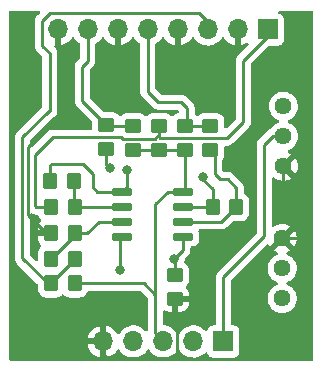
<source format=gbr>
%TF.GenerationSoftware,KiCad,Pcbnew,(6.0.11-0)*%
%TF.CreationDate,2023-02-13T11:24:01+01:00*%
%TF.ProjectId,vectrex_joystick,76656374-7265-4785-9f6a-6f7973746963,rev?*%
%TF.SameCoordinates,Original*%
%TF.FileFunction,Copper,L1,Top*%
%TF.FilePolarity,Positive*%
%FSLAX46Y46*%
G04 Gerber Fmt 4.6, Leading zero omitted, Abs format (unit mm)*
G04 Created by KiCad (PCBNEW (6.0.11-0)) date 2023-02-13 11:24:01*
%MOMM*%
%LPD*%
G01*
G04 APERTURE LIST*
G04 Aperture macros list*
%AMRoundRect*
0 Rectangle with rounded corners*
0 $1 Rounding radius*
0 $2 $3 $4 $5 $6 $7 $8 $9 X,Y pos of 4 corners*
0 Add a 4 corners polygon primitive as box body*
4,1,4,$2,$3,$4,$5,$6,$7,$8,$9,$2,$3,0*
0 Add four circle primitives for the rounded corners*
1,1,$1+$1,$2,$3*
1,1,$1+$1,$4,$5*
1,1,$1+$1,$6,$7*
1,1,$1+$1,$8,$9*
0 Add four rect primitives between the rounded corners*
20,1,$1+$1,$2,$3,$4,$5,0*
20,1,$1+$1,$4,$5,$6,$7,0*
20,1,$1+$1,$6,$7,$8,$9,0*
20,1,$1+$1,$8,$9,$2,$3,0*%
G04 Aperture macros list end*
%TA.AperFunction,SMDPad,CuDef*%
%ADD10RoundRect,0.250000X0.450000X-0.350000X0.450000X0.350000X-0.450000X0.350000X-0.450000X-0.350000X0*%
%TD*%
%TA.AperFunction,SMDPad,CuDef*%
%ADD11RoundRect,0.250000X-0.350000X-0.450000X0.350000X-0.450000X0.350000X0.450000X-0.350000X0.450000X0*%
%TD*%
%TA.AperFunction,ComponentPad*%
%ADD12C,1.440000*%
%TD*%
%TA.AperFunction,SMDPad,CuDef*%
%ADD13RoundRect,0.250000X0.350000X0.450000X-0.350000X0.450000X-0.350000X-0.450000X0.350000X-0.450000X0*%
%TD*%
%TA.AperFunction,ComponentPad*%
%ADD14R,1.700000X1.700000*%
%TD*%
%TA.AperFunction,ComponentPad*%
%ADD15O,1.700000X1.700000*%
%TD*%
%TA.AperFunction,SMDPad,CuDef*%
%ADD16RoundRect,0.150000X-0.725000X-0.150000X0.725000X-0.150000X0.725000X0.150000X-0.725000X0.150000X0*%
%TD*%
%TA.AperFunction,SMDPad,CuDef*%
%ADD17RoundRect,0.250000X-0.450000X0.350000X-0.450000X-0.350000X0.450000X-0.350000X0.450000X0.350000X0*%
%TD*%
%TA.AperFunction,ViaPad*%
%ADD18C,0.800000*%
%TD*%
%TA.AperFunction,Conductor*%
%ADD19C,0.250000*%
%TD*%
G04 APERTURE END LIST*
D10*
%TO.P,R4,1*%
%TO.N,+5V*%
X84531200Y-106190800D03*
%TO.P,R4,2*%
%TO.N,Net-(J1-Pad5)*%
X84531200Y-104190800D03*
%TD*%
D11*
%TO.P,R3,1*%
%TO.N,Net-(J1-Pad3)*%
X73184000Y-117500400D03*
%TO.P,R3,2*%
%TO.N,+5V*%
X75184000Y-117500400D03*
%TD*%
D12*
%TO.P,RV1,1,1*%
%TO.N,Net-(R1-Pad2)*%
X92862400Y-102504400D03*
%TO.P,RV1,2,2*%
%TO.N,Net-(J2-Pad1)*%
X92862400Y-105044400D03*
%TO.P,RV1,3,3*%
%TO.N,GND*%
X92862400Y-107584400D03*
%TD*%
D10*
%TO.P,R8,1*%
%TO.N,Net-(R12-Pad1)*%
X86664800Y-106190800D03*
%TO.P,R8,2*%
%TO.N,Net-(J1-Pad5)*%
X86664800Y-104190800D03*
%TD*%
%TO.P,R11,1*%
%TO.N,GND*%
X83667600Y-118789200D03*
%TO.P,R11,2*%
%TO.N,Net-(R11-Pad2)*%
X83667600Y-116789200D03*
%TD*%
D11*
%TO.P,R10,1*%
%TO.N,GND*%
X73202800Y-113233200D03*
%TO.P,R10,2*%
%TO.N,Net-(R10-Pad2)*%
X75202800Y-113233200D03*
%TD*%
D12*
%TO.P,RV2,1,1*%
%TO.N,Net-(R12-Pad2)*%
X92760800Y-118780400D03*
%TO.P,RV2,2,2*%
%TO.N,Net-(RV2-Pad2)*%
X92760800Y-116240400D03*
%TO.P,RV2,3,3*%
%TO.N,GND*%
X92760800Y-113700400D03*
%TD*%
D13*
%TO.P,R12,1*%
%TO.N,Net-(R12-Pad1)*%
X88868000Y-111048800D03*
%TO.P,R12,2*%
%TO.N,Net-(R12-Pad2)*%
X86868000Y-111048800D03*
%TD*%
D14*
%TO.P,J2,1,Pin_1*%
%TO.N,Net-(J2-Pad1)*%
X87782400Y-122428000D03*
D15*
%TO.P,J2,2,Pin_2*%
%TO.N,Net-(RV2-Pad2)*%
X85242400Y-122428000D03*
%TO.P,J2,3,Pin_3*%
%TO.N,+5V*%
X82702400Y-122428000D03*
%TO.P,J2,4,Pin_4*%
%TO.N,-5V*%
X80162400Y-122428000D03*
%TO.P,J2,5,Pin_5*%
%TO.N,GND*%
X77622400Y-122428000D03*
%TD*%
D10*
%TO.P,R2,1*%
%TO.N,+5V*%
X82346800Y-106190800D03*
%TO.P,R2,2*%
%TO.N,Net-(J1-Pad1)*%
X82346800Y-104190800D03*
%TD*%
D16*
%TO.P,U1,1*%
%TO.N,Net-(R1-Pad2)*%
X79213000Y-109753400D03*
%TO.P,U1,2,-*%
%TO.N,Net-(R1-Pad1)*%
X79213000Y-111023400D03*
%TO.P,U1,3,+*%
%TO.N,Net-(R10-Pad2)*%
X79213000Y-112293400D03*
%TO.P,U1,4,V-*%
%TO.N,-5V*%
X79213000Y-113563400D03*
%TO.P,U1,5,+*%
%TO.N,Net-(R11-Pad2)*%
X84363000Y-113563400D03*
%TO.P,U1,6,-*%
%TO.N,Net-(R12-Pad1)*%
X84363000Y-112293400D03*
%TO.P,U1,7*%
%TO.N,Net-(R12-Pad2)*%
X84363000Y-111023400D03*
%TO.P,U1,8,V+*%
%TO.N,+5V*%
X84363000Y-109753400D03*
%TD*%
D17*
%TO.P,R5,1*%
%TO.N,Net-(J1-Pad7)*%
X80162400Y-104190800D03*
%TO.P,R5,2*%
%TO.N,+5V*%
X80162400Y-106190800D03*
%TD*%
%TO.P,R9,1*%
%TO.N,Net-(J1-Pad7)*%
X77876400Y-104105200D03*
%TO.P,R9,2*%
%TO.N,Net-(R11-Pad2)*%
X77876400Y-106105200D03*
%TD*%
D13*
%TO.P,R7,1*%
%TO.N,Net-(J1-Pad3)*%
X75202800Y-115417600D03*
%TO.P,R7,2*%
%TO.N,Net-(R10-Pad2)*%
X73202800Y-115417600D03*
%TD*%
D11*
%TO.P,R6,1*%
%TO.N,Net-(J1-Pad1)*%
X73189600Y-111048800D03*
%TO.P,R6,2*%
%TO.N,Net-(R1-Pad1)*%
X75189600Y-111048800D03*
%TD*%
D13*
%TO.P,R1,1*%
%TO.N,Net-(R1-Pad1)*%
X75133200Y-108813600D03*
%TO.P,R1,2*%
%TO.N,Net-(R1-Pad2)*%
X73133200Y-108813600D03*
%TD*%
D14*
%TO.P,J1,1,Pin_1*%
%TO.N,Net-(J1-Pad1)*%
X91541600Y-96012000D03*
D15*
%TO.P,J1,2,Pin_2*%
%TO.N,GND*%
X89001600Y-96012000D03*
%TO.P,J1,3,Pin_3*%
%TO.N,Net-(J1-Pad3)*%
X86461600Y-96012000D03*
%TO.P,J1,4,Pin_4*%
%TO.N,GND*%
X83921600Y-96012000D03*
%TO.P,J1,5,Pin_5*%
%TO.N,Net-(J1-Pad5)*%
X81381600Y-96012000D03*
%TO.P,J1,6,Pin_6*%
%TO.N,GND*%
X78841600Y-96012000D03*
%TO.P,J1,7,Pin_7*%
%TO.N,Net-(J1-Pad7)*%
X76301600Y-96012000D03*
%TO.P,J1,8,Pin_8*%
%TO.N,GND*%
X73761600Y-96012000D03*
%TD*%
D18*
%TO.N,Net-(R1-Pad2)*%
X79629000Y-107899200D03*
%TO.N,-5V*%
X79019400Y-116382800D03*
%TO.N,Net-(R11-Pad2)*%
X83591400Y-115443000D03*
X78155800Y-107746800D03*
%TO.N,Net-(R12-Pad2)*%
X86055200Y-108508800D03*
%TD*%
D19*
%TO.N,GND*%
X94335600Y-123571000D02*
X94335600Y-113766600D01*
X92760800Y-113700400D02*
X94269400Y-113700400D01*
X94335600Y-113766600D02*
X94335600Y-110515400D01*
X94269400Y-113700400D02*
X94335600Y-113766600D01*
%TO.N,Net-(J2-Pad1)*%
X87782400Y-122428000D02*
X87782400Y-116992400D01*
X87782400Y-116992400D02*
X91236800Y-113538000D01*
X91236800Y-113538000D02*
X91236800Y-105765600D01*
X91236800Y-105765600D02*
X91958000Y-105044400D01*
X91958000Y-105044400D02*
X92862400Y-105044400D01*
%TO.N,GND*%
X83877400Y-123666000D02*
X83889600Y-123666000D01*
X94030800Y-123875800D02*
X94335600Y-123571000D01*
X83889600Y-123666000D02*
X84099400Y-123875800D01*
X92862400Y-109042200D02*
X92862400Y-107584400D01*
X84099400Y-123875800D02*
X94030800Y-123875800D01*
X94335600Y-110515400D02*
X92862400Y-109042200D01*
%TO.N,Net-(J1-Pad1)*%
X91541600Y-96596200D02*
X91541600Y-96012000D01*
X82448400Y-105232200D02*
X88087200Y-105232200D01*
X89484200Y-98653600D02*
X91541600Y-96596200D01*
X88087200Y-105232200D02*
X89484200Y-103835200D01*
X82346800Y-105130600D02*
X82448400Y-105232200D01*
X89484200Y-103835200D02*
X89484200Y-98653600D01*
X81965800Y-105257600D02*
X79248000Y-105257600D01*
X82346800Y-104190800D02*
X82346800Y-105130600D01*
X79248000Y-105257600D02*
X79121000Y-105130600D01*
X73329800Y-105130600D02*
X71831200Y-106629200D01*
X71932800Y-111048800D02*
X73189600Y-111048800D01*
X71831200Y-110947200D02*
X71932800Y-111048800D01*
X82346800Y-104876600D02*
X81965800Y-105257600D01*
X82346800Y-104190800D02*
X82346800Y-104876600D01*
X71831200Y-106629200D02*
X71831200Y-110947200D01*
X79121000Y-105130600D02*
X73329800Y-105130600D01*
%TO.N,GND*%
X83877400Y-123666000D02*
X83718400Y-123825000D01*
X72796400Y-113233200D02*
X71247000Y-111683800D01*
X83718400Y-123825000D02*
X77978000Y-123825000D01*
X83667600Y-118789200D02*
X83667600Y-121031000D01*
X71247000Y-111683800D02*
X71247000Y-105943400D01*
X71247000Y-105943400D02*
X73761600Y-103428800D01*
X77978000Y-123825000D02*
X77622400Y-123469400D01*
X77622400Y-123469400D02*
X77622400Y-122428000D01*
X73202800Y-113233200D02*
X72796400Y-113233200D01*
X73761600Y-103428800D02*
X73761600Y-96012000D01*
X83667600Y-121031000D02*
X83877400Y-121240800D01*
X83877400Y-121240800D02*
X83877400Y-123666000D01*
%TO.N,Net-(J1-Pad3)*%
X72440800Y-97383600D02*
X72440800Y-95300800D01*
X73184000Y-117500400D02*
X73184000Y-117436400D01*
X73184000Y-117500400D02*
X72898000Y-117500400D01*
X73101200Y-102895400D02*
X73101200Y-98044000D01*
X72440800Y-95300800D02*
X73126600Y-94615000D01*
X85699600Y-94615000D02*
X86461600Y-95377000D01*
X73025000Y-102895400D02*
X73101200Y-102895400D01*
X73101200Y-98044000D02*
X72440800Y-97383600D01*
X72898000Y-117500400D02*
X70764400Y-115366800D01*
X70764400Y-115366800D02*
X70764400Y-105156000D01*
X73126600Y-94615000D02*
X85699600Y-94615000D01*
X86461600Y-95377000D02*
X86461600Y-96012000D01*
X70764400Y-105156000D02*
X73025000Y-102895400D01*
X73184000Y-117436400D02*
X75202800Y-115417600D01*
%TO.N,Net-(J1-Pad5)*%
X84531200Y-104190800D02*
X86664800Y-104190800D01*
X84709000Y-104013000D02*
X84531200Y-104190800D01*
X82245200Y-102158800D02*
X84201000Y-102158800D01*
X81381600Y-101295200D02*
X82245200Y-102158800D01*
X81381600Y-96012000D02*
X81381600Y-101295200D01*
X84709000Y-102666800D02*
X84709000Y-104013000D01*
X84201000Y-102158800D02*
X84709000Y-102666800D01*
%TO.N,Net-(J1-Pad7)*%
X76301600Y-98679000D02*
X76301600Y-96012000D01*
X77876400Y-104105200D02*
X75819000Y-102047800D01*
X75819000Y-102047800D02*
X75819000Y-99161600D01*
X75819000Y-99161600D02*
X76301600Y-98679000D01*
X80162400Y-104190800D02*
X77962000Y-104190800D01*
X77962000Y-104190800D02*
X77876400Y-104105200D01*
%TO.N,Net-(R1-Pad2)*%
X73133200Y-108813600D02*
X73133200Y-107537000D01*
X75920600Y-107442000D02*
X76733400Y-108254800D01*
X79629000Y-109337400D02*
X79213000Y-109753400D01*
X79629000Y-107899200D02*
X79629000Y-109337400D01*
X76733400Y-109372400D02*
X77114400Y-109753400D01*
X77114400Y-109753400D02*
X79213000Y-109753400D01*
X73228200Y-107442000D02*
X75920600Y-107442000D01*
X73133200Y-107537000D02*
X73228200Y-107442000D01*
X76733400Y-108254800D02*
X76733400Y-109372400D01*
%TO.N,+5V*%
X82346800Y-106190800D02*
X84531200Y-106190800D01*
X84531200Y-106190800D02*
X84531200Y-109585200D01*
X82016600Y-121742200D02*
X82702400Y-122428000D01*
X81026000Y-117500400D02*
X82016600Y-118491000D01*
X82016600Y-118745000D02*
X82016600Y-121742200D01*
X80162400Y-106190800D02*
X82346800Y-106190800D01*
X82016600Y-118491000D02*
X82016600Y-118745000D01*
X84531200Y-109585200D02*
X84363000Y-109753400D01*
X75184000Y-117500400D02*
X81026000Y-117500400D01*
X83058000Y-109753400D02*
X82016600Y-110794800D01*
X82016600Y-110794800D02*
X82016600Y-118745000D01*
X84363000Y-109753400D02*
X83058000Y-109753400D01*
%TO.N,-5V*%
X79019400Y-113757000D02*
X79213000Y-113563400D01*
X79019400Y-116382800D02*
X79019400Y-113757000D01*
%TO.N,Net-(R1-Pad1)*%
X79213000Y-111023400D02*
X75215000Y-111023400D01*
X75215000Y-111023400D02*
X75189600Y-111048800D01*
X75133200Y-108813600D02*
X75133200Y-110992400D01*
X75133200Y-110992400D02*
X75189600Y-111048800D01*
%TO.N,Net-(R12-Pad1)*%
X87045800Y-106571800D02*
X86664800Y-106190800D01*
X88868000Y-111048800D02*
X88868000Y-109416600D01*
X84363000Y-112293400D02*
X87623400Y-112293400D01*
X87623400Y-112293400D02*
X88868000Y-111048800D01*
X87045800Y-108254800D02*
X87045800Y-106571800D01*
X87503000Y-108712000D02*
X87045800Y-108254800D01*
X88163400Y-108712000D02*
X87503000Y-108712000D01*
X88868000Y-109416600D02*
X88163400Y-108712000D01*
%TO.N,Net-(R11-Pad2)*%
X77876400Y-107467400D02*
X78155800Y-107746800D01*
X77876400Y-106105200D02*
X77876400Y-107467400D01*
X83667600Y-115519200D02*
X83591400Y-115443000D01*
X84363000Y-113563400D02*
X84363000Y-114671400D01*
X84363000Y-114671400D02*
X83591400Y-115443000D01*
X83667600Y-116789200D02*
X83667600Y-115519200D01*
%TO.N,Net-(R10-Pad2)*%
X73202800Y-115417600D02*
X75202800Y-113417600D01*
X75202800Y-113233200D02*
X76276200Y-113233200D01*
X76276200Y-113233200D02*
X77216000Y-112293400D01*
X75202800Y-113417600D02*
X75202800Y-113233200D01*
X77216000Y-112293400D02*
X79213000Y-112293400D01*
%TO.N,Net-(R12-Pad2)*%
X86842600Y-111023400D02*
X86868000Y-111048800D01*
X86868000Y-109524800D02*
X85928200Y-108585000D01*
X84363000Y-111023400D02*
X86842600Y-111023400D01*
X85928200Y-108585000D02*
X86004400Y-108508800D01*
X86004400Y-108508800D02*
X86055200Y-108508800D01*
X86868000Y-111048800D02*
X86868000Y-109524800D01*
%TD*%
%TA.AperFunction,Conductor*%
%TO.N,GND*%
G36*
X72197325Y-94432302D02*
G01*
X72243818Y-94485958D01*
X72253922Y-94556232D01*
X72224428Y-94620812D01*
X72218299Y-94627395D01*
X72048542Y-94797152D01*
X72040262Y-94804687D01*
X72033782Y-94808800D01*
X71988950Y-94856542D01*
X71987157Y-94858451D01*
X71984402Y-94861293D01*
X71964665Y-94881030D01*
X71962185Y-94884227D01*
X71954482Y-94893247D01*
X71924214Y-94925479D01*
X71920395Y-94932425D01*
X71920393Y-94932428D01*
X71914452Y-94943234D01*
X71903601Y-94959753D01*
X71891186Y-94975759D01*
X71888041Y-94983028D01*
X71888038Y-94983032D01*
X71873626Y-95016337D01*
X71868409Y-95026987D01*
X71847105Y-95065740D01*
X71845134Y-95073415D01*
X71845134Y-95073416D01*
X71842067Y-95085362D01*
X71835663Y-95104066D01*
X71827619Y-95122655D01*
X71826380Y-95130478D01*
X71826377Y-95130488D01*
X71820701Y-95166324D01*
X71818295Y-95177944D01*
X71807300Y-95220770D01*
X71807300Y-95241024D01*
X71805749Y-95260734D01*
X71802580Y-95280743D01*
X71803326Y-95288635D01*
X71806741Y-95324761D01*
X71807300Y-95336619D01*
X71807300Y-97304833D01*
X71806773Y-97316016D01*
X71805098Y-97323509D01*
X71805347Y-97331435D01*
X71805347Y-97331436D01*
X71807238Y-97391586D01*
X71807300Y-97395545D01*
X71807300Y-97423456D01*
X71807797Y-97427390D01*
X71807797Y-97427391D01*
X71807805Y-97427456D01*
X71808738Y-97439293D01*
X71810127Y-97483489D01*
X71815778Y-97502939D01*
X71819787Y-97522300D01*
X71822326Y-97542397D01*
X71825245Y-97549768D01*
X71825245Y-97549770D01*
X71838604Y-97583512D01*
X71842449Y-97594742D01*
X71850741Y-97623283D01*
X71854782Y-97637193D01*
X71858815Y-97644012D01*
X71858817Y-97644017D01*
X71865093Y-97654628D01*
X71873788Y-97672376D01*
X71881248Y-97691217D01*
X71885910Y-97697633D01*
X71885910Y-97697634D01*
X71907236Y-97726987D01*
X71913752Y-97736907D01*
X71936258Y-97774962D01*
X71950579Y-97789283D01*
X71963419Y-97804316D01*
X71975328Y-97820707D01*
X72003603Y-97844098D01*
X72009405Y-97848898D01*
X72018184Y-97856888D01*
X72430795Y-98269499D01*
X72464821Y-98331811D01*
X72467700Y-98358594D01*
X72467700Y-102504605D01*
X72447698Y-102572726D01*
X72430795Y-102593700D01*
X70372147Y-104652348D01*
X70363861Y-104659888D01*
X70357382Y-104664000D01*
X70351957Y-104669777D01*
X70310757Y-104713651D01*
X70308002Y-104716493D01*
X70288265Y-104736230D01*
X70285785Y-104739427D01*
X70278082Y-104748447D01*
X70247814Y-104780679D01*
X70243995Y-104787625D01*
X70243993Y-104787628D01*
X70238052Y-104798434D01*
X70227201Y-104814953D01*
X70214786Y-104830959D01*
X70211641Y-104838228D01*
X70211638Y-104838232D01*
X70197226Y-104871537D01*
X70192009Y-104882187D01*
X70170705Y-104920940D01*
X70168734Y-104928615D01*
X70168734Y-104928616D01*
X70165667Y-104940562D01*
X70159263Y-104959266D01*
X70151219Y-104977855D01*
X70149980Y-104985678D01*
X70149977Y-104985688D01*
X70144301Y-105021524D01*
X70141895Y-105033144D01*
X70130900Y-105075970D01*
X70130900Y-105096224D01*
X70129349Y-105115934D01*
X70126180Y-105135943D01*
X70126926Y-105143835D01*
X70130341Y-105179961D01*
X70130900Y-105191819D01*
X70130900Y-115288033D01*
X70130373Y-115299216D01*
X70128698Y-115306709D01*
X70128947Y-115314635D01*
X70128947Y-115314636D01*
X70130838Y-115374786D01*
X70130900Y-115378745D01*
X70130900Y-115406656D01*
X70131397Y-115410590D01*
X70131397Y-115410591D01*
X70131405Y-115410656D01*
X70132338Y-115422493D01*
X70133727Y-115466689D01*
X70139378Y-115486139D01*
X70143387Y-115505500D01*
X70145926Y-115525597D01*
X70148845Y-115532968D01*
X70148845Y-115532970D01*
X70162204Y-115566712D01*
X70166049Y-115577942D01*
X70175717Y-115611219D01*
X70178382Y-115620393D01*
X70182415Y-115627212D01*
X70182417Y-115627217D01*
X70188693Y-115637828D01*
X70197388Y-115655576D01*
X70204848Y-115674417D01*
X70209510Y-115680833D01*
X70209510Y-115680834D01*
X70230836Y-115710187D01*
X70237352Y-115720107D01*
X70255589Y-115750943D01*
X70259858Y-115758162D01*
X70274179Y-115772483D01*
X70287019Y-115787516D01*
X70298928Y-115803907D01*
X70316717Y-115818623D01*
X70333005Y-115832098D01*
X70341784Y-115840088D01*
X72038595Y-117536900D01*
X72072621Y-117599212D01*
X72075500Y-117625995D01*
X72075500Y-118000800D01*
X72086474Y-118106566D01*
X72088655Y-118113102D01*
X72088655Y-118113104D01*
X72104067Y-118159299D01*
X72142450Y-118274346D01*
X72235522Y-118424748D01*
X72360697Y-118549705D01*
X72366927Y-118553545D01*
X72366928Y-118553546D01*
X72504090Y-118638094D01*
X72511262Y-118642515D01*
X72567596Y-118661200D01*
X72672611Y-118696032D01*
X72672613Y-118696032D01*
X72679139Y-118698197D01*
X72685975Y-118698897D01*
X72685978Y-118698898D01*
X72729031Y-118703309D01*
X72783600Y-118708900D01*
X73584400Y-118708900D01*
X73587646Y-118708563D01*
X73587650Y-118708563D01*
X73683308Y-118698638D01*
X73683312Y-118698637D01*
X73690166Y-118697926D01*
X73696702Y-118695745D01*
X73696704Y-118695745D01*
X73828806Y-118651672D01*
X73857946Y-118641950D01*
X74008348Y-118548878D01*
X74094784Y-118462291D01*
X74157066Y-118428212D01*
X74227886Y-118433215D01*
X74272976Y-118462136D01*
X74360697Y-118549705D01*
X74366927Y-118553545D01*
X74366928Y-118553546D01*
X74504090Y-118638094D01*
X74511262Y-118642515D01*
X74567596Y-118661200D01*
X74672611Y-118696032D01*
X74672613Y-118696032D01*
X74679139Y-118698197D01*
X74685975Y-118698897D01*
X74685978Y-118698898D01*
X74729031Y-118703309D01*
X74783600Y-118708900D01*
X75584400Y-118708900D01*
X75587646Y-118708563D01*
X75587650Y-118708563D01*
X75683308Y-118698638D01*
X75683312Y-118698637D01*
X75690166Y-118697926D01*
X75696702Y-118695745D01*
X75696704Y-118695745D01*
X75828806Y-118651672D01*
X75857946Y-118641950D01*
X76008348Y-118548878D01*
X76133305Y-118423703D01*
X76137146Y-118417472D01*
X76222275Y-118279368D01*
X76222276Y-118279366D01*
X76226115Y-118273138D01*
X76243663Y-118220232D01*
X76284094Y-118161873D01*
X76349658Y-118134636D01*
X76363256Y-118133900D01*
X80711405Y-118133900D01*
X80779526Y-118153902D01*
X80800501Y-118170805D01*
X81346196Y-118716501D01*
X81380221Y-118778813D01*
X81383100Y-118805596D01*
X81383100Y-121425198D01*
X81363098Y-121493319D01*
X81309442Y-121539812D01*
X81239168Y-121549916D01*
X81174588Y-121520422D01*
X81163906Y-121509997D01*
X81095551Y-121434876D01*
X81095545Y-121434870D01*
X81092070Y-121431051D01*
X81088019Y-121427852D01*
X81088015Y-121427848D01*
X80920814Y-121295800D01*
X80920810Y-121295798D01*
X80916759Y-121292598D01*
X80880428Y-121272542D01*
X80864536Y-121263769D01*
X80721189Y-121184638D01*
X80716320Y-121182914D01*
X80716316Y-121182912D01*
X80515487Y-121111795D01*
X80515483Y-121111794D01*
X80510612Y-121110069D01*
X80505519Y-121109162D01*
X80505516Y-121109161D01*
X80295773Y-121071800D01*
X80295767Y-121071799D01*
X80290684Y-121070894D01*
X80216852Y-121069992D01*
X80072481Y-121068228D01*
X80072479Y-121068228D01*
X80067311Y-121068165D01*
X79846491Y-121101955D01*
X79634156Y-121171357D01*
X79436007Y-121274507D01*
X79431874Y-121277610D01*
X79431871Y-121277612D01*
X79261500Y-121405530D01*
X79257365Y-121408635D01*
X79231941Y-121435240D01*
X79122354Y-121549916D01*
X79103029Y-121570138D01*
X79100120Y-121574403D01*
X79100114Y-121574411D01*
X79087804Y-121592457D01*
X78995604Y-121727618D01*
X78995298Y-121728066D01*
X78940387Y-121773069D01*
X78869862Y-121781240D01*
X78806115Y-121749986D01*
X78785418Y-121725502D01*
X78704826Y-121600926D01*
X78698536Y-121592757D01*
X78555206Y-121435240D01*
X78547673Y-121428215D01*
X78380539Y-121296222D01*
X78371952Y-121290517D01*
X78185517Y-121187599D01*
X78176105Y-121183369D01*
X77975359Y-121112280D01*
X77965388Y-121109646D01*
X77894237Y-121096972D01*
X77880940Y-121098432D01*
X77876400Y-121112989D01*
X77876400Y-123746517D01*
X77880464Y-123760359D01*
X77893878Y-123762393D01*
X77900584Y-123761534D01*
X77910662Y-123759392D01*
X78114655Y-123698191D01*
X78124242Y-123694433D01*
X78315495Y-123600739D01*
X78324345Y-123595464D01*
X78497728Y-123471792D01*
X78505600Y-123465139D01*
X78656452Y-123314812D01*
X78663130Y-123306965D01*
X78790422Y-123129819D01*
X78791679Y-123130722D01*
X78838773Y-123087362D01*
X78908711Y-123075145D01*
X78974151Y-123102678D01*
X79001979Y-123134511D01*
X79062387Y-123233088D01*
X79208650Y-123401938D01*
X79380526Y-123544632D01*
X79573400Y-123657338D01*
X79782092Y-123737030D01*
X79787160Y-123738061D01*
X79787163Y-123738062D01*
X79882262Y-123757410D01*
X80000997Y-123781567D01*
X80006172Y-123781757D01*
X80006174Y-123781757D01*
X80219073Y-123789564D01*
X80219077Y-123789564D01*
X80224237Y-123789753D01*
X80229357Y-123789097D01*
X80229359Y-123789097D01*
X80440688Y-123762025D01*
X80440689Y-123762025D01*
X80445816Y-123761368D01*
X80450766Y-123759883D01*
X80654829Y-123698661D01*
X80654834Y-123698659D01*
X80659784Y-123697174D01*
X80860394Y-123598896D01*
X81042260Y-123469173D01*
X81200496Y-123311489D01*
X81330853Y-123130077D01*
X81332176Y-123131028D01*
X81379045Y-123087857D01*
X81448980Y-123075625D01*
X81514426Y-123103144D01*
X81542275Y-123134994D01*
X81602387Y-123233088D01*
X81748650Y-123401938D01*
X81920526Y-123544632D01*
X82113400Y-123657338D01*
X82322092Y-123737030D01*
X82327160Y-123738061D01*
X82327163Y-123738062D01*
X82422262Y-123757410D01*
X82540997Y-123781567D01*
X82546172Y-123781757D01*
X82546174Y-123781757D01*
X82759073Y-123789564D01*
X82759077Y-123789564D01*
X82764237Y-123789753D01*
X82769357Y-123789097D01*
X82769359Y-123789097D01*
X82980688Y-123762025D01*
X82980689Y-123762025D01*
X82985816Y-123761368D01*
X82990766Y-123759883D01*
X83194829Y-123698661D01*
X83194834Y-123698659D01*
X83199784Y-123697174D01*
X83400394Y-123598896D01*
X83582260Y-123469173D01*
X83740496Y-123311489D01*
X83870853Y-123130077D01*
X83872176Y-123131028D01*
X83919045Y-123087857D01*
X83988980Y-123075625D01*
X84054426Y-123103144D01*
X84082275Y-123134994D01*
X84142387Y-123233088D01*
X84288650Y-123401938D01*
X84460526Y-123544632D01*
X84653400Y-123657338D01*
X84862092Y-123737030D01*
X84867160Y-123738061D01*
X84867163Y-123738062D01*
X84962262Y-123757410D01*
X85080997Y-123781567D01*
X85086172Y-123781757D01*
X85086174Y-123781757D01*
X85299073Y-123789564D01*
X85299077Y-123789564D01*
X85304237Y-123789753D01*
X85309357Y-123789097D01*
X85309359Y-123789097D01*
X85520688Y-123762025D01*
X85520689Y-123762025D01*
X85525816Y-123761368D01*
X85530766Y-123759883D01*
X85734829Y-123698661D01*
X85734834Y-123698659D01*
X85739784Y-123697174D01*
X85940394Y-123598896D01*
X86122260Y-123469173D01*
X86230491Y-123361319D01*
X86292862Y-123327404D01*
X86363668Y-123332592D01*
X86420430Y-123375238D01*
X86437412Y-123406341D01*
X86481785Y-123524705D01*
X86569139Y-123641261D01*
X86685695Y-123728615D01*
X86822084Y-123779745D01*
X86884266Y-123786500D01*
X88680534Y-123786500D01*
X88742716Y-123779745D01*
X88879105Y-123728615D01*
X88995661Y-123641261D01*
X89083015Y-123524705D01*
X89134145Y-123388316D01*
X89140900Y-123326134D01*
X89140900Y-121529866D01*
X89134145Y-121467684D01*
X89083015Y-121331295D01*
X88995661Y-121214739D01*
X88879105Y-121127385D01*
X88742716Y-121076255D01*
X88680534Y-121069500D01*
X88541900Y-121069500D01*
X88473779Y-121049498D01*
X88427286Y-120995842D01*
X88415900Y-120943500D01*
X88415900Y-118780400D01*
X91527607Y-118780400D01*
X91546342Y-118994542D01*
X91547766Y-118999855D01*
X91547766Y-118999857D01*
X91560151Y-119046076D01*
X91601978Y-119202177D01*
X91692824Y-119396996D01*
X91816119Y-119573081D01*
X91968119Y-119725081D01*
X92144203Y-119848376D01*
X92149181Y-119850697D01*
X92149184Y-119850699D01*
X92248203Y-119896872D01*
X92339023Y-119939222D01*
X92344331Y-119940644D01*
X92344333Y-119940645D01*
X92541343Y-119993434D01*
X92541345Y-119993434D01*
X92546658Y-119994858D01*
X92760800Y-120013593D01*
X92974942Y-119994858D01*
X92980255Y-119993434D01*
X92980257Y-119993434D01*
X93177267Y-119940645D01*
X93177269Y-119940644D01*
X93182577Y-119939222D01*
X93273397Y-119896872D01*
X93372416Y-119850699D01*
X93372419Y-119850697D01*
X93377397Y-119848376D01*
X93553481Y-119725081D01*
X93705481Y-119573081D01*
X93828776Y-119396996D01*
X93919622Y-119202177D01*
X93961450Y-119046076D01*
X93973834Y-118999857D01*
X93973834Y-118999855D01*
X93975258Y-118994542D01*
X93993993Y-118780400D01*
X93975258Y-118566258D01*
X93969437Y-118544534D01*
X93921045Y-118363933D01*
X93921044Y-118363931D01*
X93919622Y-118358623D01*
X93828776Y-118163804D01*
X93705481Y-117987719D01*
X93553481Y-117835719D01*
X93377397Y-117712424D01*
X93372419Y-117710103D01*
X93372416Y-117710101D01*
X93189047Y-117624595D01*
X93135762Y-117577678D01*
X93116301Y-117509400D01*
X93136843Y-117441441D01*
X93189047Y-117396205D01*
X93372416Y-117310699D01*
X93372419Y-117310697D01*
X93377397Y-117308376D01*
X93553481Y-117185081D01*
X93705481Y-117033081D01*
X93828776Y-116856996D01*
X93867977Y-116772931D01*
X93917299Y-116667159D01*
X93917300Y-116667157D01*
X93919622Y-116662177D01*
X93941031Y-116582280D01*
X93973834Y-116459857D01*
X93973834Y-116459855D01*
X93975258Y-116454542D01*
X93993993Y-116240400D01*
X93975258Y-116026258D01*
X93926919Y-115845856D01*
X93921045Y-115823933D01*
X93921044Y-115823931D01*
X93919622Y-115818623D01*
X93911309Y-115800795D01*
X93831099Y-115628785D01*
X93831097Y-115628782D01*
X93828776Y-115623804D01*
X93705481Y-115447719D01*
X93553481Y-115295719D01*
X93377397Y-115172424D01*
X93372419Y-115170103D01*
X93372416Y-115170101D01*
X93188456Y-115084319D01*
X93135171Y-115037402D01*
X93115710Y-114969124D01*
X93136252Y-114901164D01*
X93188456Y-114855929D01*
X93372159Y-114770268D01*
X93381654Y-114764785D01*
X93416407Y-114740451D01*
X93424783Y-114729972D01*
X93417716Y-114716527D01*
X92773611Y-114072421D01*
X92759668Y-114064808D01*
X92757834Y-114064939D01*
X92751220Y-114069190D01*
X92103160Y-114717251D01*
X92096733Y-114729021D01*
X92106027Y-114741035D01*
X92139946Y-114764785D01*
X92149441Y-114770268D01*
X92333144Y-114855929D01*
X92386429Y-114902846D01*
X92405890Y-114971123D01*
X92385348Y-115039083D01*
X92333144Y-115084319D01*
X92149185Y-115170101D01*
X92149182Y-115170103D01*
X92144204Y-115172424D01*
X91968119Y-115295719D01*
X91816119Y-115447719D01*
X91692824Y-115623804D01*
X91690503Y-115628782D01*
X91690501Y-115628785D01*
X91610291Y-115800795D01*
X91601978Y-115818623D01*
X91600556Y-115823931D01*
X91600555Y-115823933D01*
X91594681Y-115845856D01*
X91546342Y-116026258D01*
X91527607Y-116240400D01*
X91546342Y-116454542D01*
X91547766Y-116459855D01*
X91547766Y-116459857D01*
X91580570Y-116582280D01*
X91601978Y-116662177D01*
X91604300Y-116667157D01*
X91604301Y-116667159D01*
X91653624Y-116772931D01*
X91692824Y-116856996D01*
X91816119Y-117033081D01*
X91968119Y-117185081D01*
X92144203Y-117308376D01*
X92149181Y-117310697D01*
X92149184Y-117310699D01*
X92332553Y-117396205D01*
X92385838Y-117443122D01*
X92405299Y-117511400D01*
X92384757Y-117579359D01*
X92332553Y-117624595D01*
X92149185Y-117710101D01*
X92149182Y-117710103D01*
X92144204Y-117712424D01*
X91968119Y-117835719D01*
X91816119Y-117987719D01*
X91692824Y-118163804D01*
X91601978Y-118358623D01*
X91600556Y-118363931D01*
X91600555Y-118363933D01*
X91552163Y-118544534D01*
X91546342Y-118566258D01*
X91527607Y-118780400D01*
X88415900Y-118780400D01*
X88415900Y-117306994D01*
X88435902Y-117238873D01*
X88452805Y-117217899D01*
X91458114Y-114212590D01*
X91520426Y-114178564D01*
X91591241Y-114183629D01*
X91648077Y-114226176D01*
X91661403Y-114248434D01*
X91690932Y-114311759D01*
X91696413Y-114321250D01*
X91720749Y-114356007D01*
X91731227Y-114364382D01*
X91744675Y-114357314D01*
X92400458Y-113701532D01*
X93125208Y-113701532D01*
X93125339Y-113703366D01*
X93129590Y-113709980D01*
X93777651Y-114358040D01*
X93789421Y-114364467D01*
X93801435Y-114355172D01*
X93825187Y-114321250D01*
X93830665Y-114311764D01*
X93916828Y-114126987D01*
X93920574Y-114116695D01*
X93973340Y-113919768D01*
X93975243Y-113908975D01*
X93993012Y-113705875D01*
X93993012Y-113694925D01*
X93975243Y-113491825D01*
X93973340Y-113481032D01*
X93920574Y-113284105D01*
X93916828Y-113273813D01*
X93830665Y-113089036D01*
X93825187Y-113079550D01*
X93800851Y-113044793D01*
X93790372Y-113036417D01*
X93776928Y-113043483D01*
X93132821Y-113687589D01*
X93125208Y-113701532D01*
X92400458Y-113701532D01*
X92760800Y-113341190D01*
X93418438Y-112683551D01*
X93424866Y-112671779D01*
X93415570Y-112659763D01*
X93381654Y-112636015D01*
X93372159Y-112630532D01*
X93187387Y-112544372D01*
X93177095Y-112540626D01*
X92980168Y-112487860D01*
X92969375Y-112485957D01*
X92766275Y-112468188D01*
X92755325Y-112468188D01*
X92552225Y-112485957D01*
X92541432Y-112487860D01*
X92344505Y-112540626D01*
X92334213Y-112544372D01*
X92149442Y-112630532D01*
X92139949Y-112636014D01*
X92068570Y-112685993D01*
X92001296Y-112708680D01*
X91932436Y-112691395D01*
X91883852Y-112639625D01*
X91870300Y-112582779D01*
X91870300Y-108630675D01*
X91890302Y-108562554D01*
X91943958Y-108516061D01*
X92014232Y-108505957D01*
X92068856Y-108530388D01*
X92070041Y-108528696D01*
X92241546Y-108648785D01*
X92251041Y-108654268D01*
X92435813Y-108740428D01*
X92446105Y-108744174D01*
X92643032Y-108796940D01*
X92653825Y-108798843D01*
X92856925Y-108816612D01*
X92867875Y-108816612D01*
X93070975Y-108798843D01*
X93081768Y-108796940D01*
X93278695Y-108744174D01*
X93288987Y-108740428D01*
X93473759Y-108654268D01*
X93483254Y-108648785D01*
X93518007Y-108624451D01*
X93526383Y-108613972D01*
X93519316Y-108600528D01*
X92592284Y-107673495D01*
X92558259Y-107611183D01*
X92560094Y-107585532D01*
X93226808Y-107585532D01*
X93226939Y-107587366D01*
X93231190Y-107593980D01*
X93879251Y-108242040D01*
X93891021Y-108248467D01*
X93903035Y-108239172D01*
X93926787Y-108205250D01*
X93932265Y-108195764D01*
X94018428Y-108010987D01*
X94022174Y-108000695D01*
X94074940Y-107803768D01*
X94076843Y-107792975D01*
X94094612Y-107589875D01*
X94094612Y-107578925D01*
X94076843Y-107375825D01*
X94074940Y-107365032D01*
X94022174Y-107168105D01*
X94018428Y-107157813D01*
X93932265Y-106973036D01*
X93926787Y-106963550D01*
X93902451Y-106928793D01*
X93891972Y-106920417D01*
X93878528Y-106927483D01*
X93234421Y-107571589D01*
X93226808Y-107585532D01*
X92560094Y-107585532D01*
X92563324Y-107540367D01*
X92592285Y-107495305D01*
X92862400Y-107225190D01*
X93520036Y-106567553D01*
X93526466Y-106555778D01*
X93517170Y-106543763D01*
X93483254Y-106520015D01*
X93473759Y-106514532D01*
X93290056Y-106428871D01*
X93236771Y-106381954D01*
X93217310Y-106313677D01*
X93237852Y-106245717D01*
X93290056Y-106200481D01*
X93474016Y-106114699D01*
X93474019Y-106114697D01*
X93478997Y-106112376D01*
X93655081Y-105989081D01*
X93807081Y-105837081D01*
X93930376Y-105660996D01*
X93961017Y-105595288D01*
X94018899Y-105471159D01*
X94018900Y-105471157D01*
X94021222Y-105466177D01*
X94028087Y-105440559D01*
X94075434Y-105263857D01*
X94075434Y-105263855D01*
X94076858Y-105258542D01*
X94095593Y-105044400D01*
X94076858Y-104830258D01*
X94075434Y-104824943D01*
X94022645Y-104627933D01*
X94022644Y-104627931D01*
X94021222Y-104622623D01*
X94018867Y-104617572D01*
X93932699Y-104432785D01*
X93932697Y-104432782D01*
X93930376Y-104427804D01*
X93807081Y-104251719D01*
X93655081Y-104099719D01*
X93478997Y-103976424D01*
X93474019Y-103974103D01*
X93474016Y-103974101D01*
X93290647Y-103888595D01*
X93237362Y-103841678D01*
X93217901Y-103773400D01*
X93238443Y-103705441D01*
X93290647Y-103660205D01*
X93474016Y-103574699D01*
X93474019Y-103574697D01*
X93478997Y-103572376D01*
X93655081Y-103449081D01*
X93807081Y-103297081D01*
X93930376Y-103120996D01*
X93940087Y-103100172D01*
X94018899Y-102931159D01*
X94018900Y-102931157D01*
X94021222Y-102926177D01*
X94034804Y-102875491D01*
X94075434Y-102723857D01*
X94075434Y-102723855D01*
X94076858Y-102718542D01*
X94095593Y-102504400D01*
X94076858Y-102290258D01*
X94054441Y-102206597D01*
X94022645Y-102087933D01*
X94022644Y-102087931D01*
X94021222Y-102082623D01*
X93976963Y-101987709D01*
X93932699Y-101892785D01*
X93932697Y-101892782D01*
X93930376Y-101887804D01*
X93807081Y-101711719D01*
X93655081Y-101559719D01*
X93478997Y-101436424D01*
X93474019Y-101434103D01*
X93474016Y-101434101D01*
X93289159Y-101347901D01*
X93289158Y-101347900D01*
X93284177Y-101345578D01*
X93278869Y-101344156D01*
X93278867Y-101344155D01*
X93081857Y-101291366D01*
X93081855Y-101291366D01*
X93076542Y-101289942D01*
X92862400Y-101271207D01*
X92648258Y-101289942D01*
X92642945Y-101291366D01*
X92642943Y-101291366D01*
X92445933Y-101344155D01*
X92445931Y-101344156D01*
X92440623Y-101345578D01*
X92435643Y-101347900D01*
X92435641Y-101347901D01*
X92250785Y-101434101D01*
X92250782Y-101434103D01*
X92245804Y-101436424D01*
X92069719Y-101559719D01*
X91917719Y-101711719D01*
X91794424Y-101887804D01*
X91792103Y-101892782D01*
X91792101Y-101892785D01*
X91747837Y-101987709D01*
X91703578Y-102082623D01*
X91702156Y-102087931D01*
X91702155Y-102087933D01*
X91670359Y-102206597D01*
X91647942Y-102290258D01*
X91629207Y-102504400D01*
X91647942Y-102718542D01*
X91649366Y-102723855D01*
X91649366Y-102723857D01*
X91689997Y-102875491D01*
X91703578Y-102926177D01*
X91705900Y-102931157D01*
X91705901Y-102931159D01*
X91784714Y-103100172D01*
X91794424Y-103120996D01*
X91917719Y-103297081D01*
X92069719Y-103449081D01*
X92245803Y-103572376D01*
X92250781Y-103574697D01*
X92250784Y-103574699D01*
X92434153Y-103660205D01*
X92487438Y-103707122D01*
X92506899Y-103775400D01*
X92486357Y-103843359D01*
X92434153Y-103888595D01*
X92250785Y-103974101D01*
X92250782Y-103974103D01*
X92245804Y-103976424D01*
X92069719Y-104099719D01*
X91917719Y-104251719D01*
X91856705Y-104338857D01*
X91816093Y-104396857D01*
X91759244Y-104441747D01*
X91758215Y-104442154D01*
X91758073Y-104442210D01*
X91746865Y-104446046D01*
X91704407Y-104458382D01*
X91697581Y-104462419D01*
X91686972Y-104468693D01*
X91669224Y-104477388D01*
X91650383Y-104484848D01*
X91643967Y-104489510D01*
X91643966Y-104489510D01*
X91614613Y-104510836D01*
X91604693Y-104517352D01*
X91573465Y-104535820D01*
X91573462Y-104535822D01*
X91566638Y-104539858D01*
X91552317Y-104554179D01*
X91537284Y-104567019D01*
X91520893Y-104578928D01*
X91494516Y-104610813D01*
X91492712Y-104612993D01*
X91484722Y-104621774D01*
X90844542Y-105261953D01*
X90836263Y-105269487D01*
X90829782Y-105273600D01*
X90783157Y-105323251D01*
X90780402Y-105326093D01*
X90760665Y-105345830D01*
X90758185Y-105349027D01*
X90750482Y-105358047D01*
X90720214Y-105390279D01*
X90716395Y-105397225D01*
X90716393Y-105397228D01*
X90710452Y-105408034D01*
X90699601Y-105424553D01*
X90687186Y-105440559D01*
X90684041Y-105447828D01*
X90684038Y-105447832D01*
X90669626Y-105481137D01*
X90664409Y-105491787D01*
X90643105Y-105530540D01*
X90641134Y-105538215D01*
X90641134Y-105538216D01*
X90638067Y-105550162D01*
X90631663Y-105568866D01*
X90623619Y-105587455D01*
X90622380Y-105595278D01*
X90622377Y-105595288D01*
X90616701Y-105631124D01*
X90614295Y-105642744D01*
X90605272Y-105677889D01*
X90603300Y-105685570D01*
X90603300Y-105705824D01*
X90601749Y-105725534D01*
X90598580Y-105745543D01*
X90599326Y-105753435D01*
X90602741Y-105789561D01*
X90603300Y-105801419D01*
X90603300Y-113223405D01*
X90583298Y-113291526D01*
X90566395Y-113312500D01*
X87390147Y-116488748D01*
X87381861Y-116496288D01*
X87375382Y-116500400D01*
X87369957Y-116506177D01*
X87328757Y-116550051D01*
X87326002Y-116552893D01*
X87306265Y-116572630D01*
X87303785Y-116575827D01*
X87296082Y-116584847D01*
X87265814Y-116617079D01*
X87261995Y-116624025D01*
X87261993Y-116624028D01*
X87256052Y-116634834D01*
X87245201Y-116651353D01*
X87232786Y-116667359D01*
X87229641Y-116674628D01*
X87229638Y-116674632D01*
X87215226Y-116707937D01*
X87210009Y-116718587D01*
X87188705Y-116757340D01*
X87184725Y-116772843D01*
X87183667Y-116776962D01*
X87177263Y-116795666D01*
X87169219Y-116814255D01*
X87167980Y-116822078D01*
X87167977Y-116822088D01*
X87162301Y-116857924D01*
X87159895Y-116869544D01*
X87152702Y-116897561D01*
X87148900Y-116912370D01*
X87148900Y-116932624D01*
X87147349Y-116952334D01*
X87144180Y-116972343D01*
X87144926Y-116980235D01*
X87148341Y-117016361D01*
X87148900Y-117028219D01*
X87148900Y-120943500D01*
X87128898Y-121011621D01*
X87075242Y-121058114D01*
X87022900Y-121069500D01*
X86884266Y-121069500D01*
X86822084Y-121076255D01*
X86685695Y-121127385D01*
X86569139Y-121214739D01*
X86481785Y-121331295D01*
X86478633Y-121339703D01*
X86437319Y-121449907D01*
X86394677Y-121506671D01*
X86328116Y-121531371D01*
X86258767Y-121516163D01*
X86226143Y-121490476D01*
X86175551Y-121434875D01*
X86175542Y-121434866D01*
X86172070Y-121431051D01*
X86168019Y-121427852D01*
X86168015Y-121427848D01*
X86000814Y-121295800D01*
X86000810Y-121295798D01*
X85996759Y-121292598D01*
X85960428Y-121272542D01*
X85944536Y-121263769D01*
X85801189Y-121184638D01*
X85796320Y-121182914D01*
X85796316Y-121182912D01*
X85595487Y-121111795D01*
X85595483Y-121111794D01*
X85590612Y-121110069D01*
X85585519Y-121109162D01*
X85585516Y-121109161D01*
X85375773Y-121071800D01*
X85375767Y-121071799D01*
X85370684Y-121070894D01*
X85296852Y-121069992D01*
X85152481Y-121068228D01*
X85152479Y-121068228D01*
X85147311Y-121068165D01*
X84926491Y-121101955D01*
X84714156Y-121171357D01*
X84516007Y-121274507D01*
X84511874Y-121277610D01*
X84511871Y-121277612D01*
X84341500Y-121405530D01*
X84337365Y-121408635D01*
X84311941Y-121435240D01*
X84202354Y-121549916D01*
X84183029Y-121570138D01*
X84075601Y-121727621D01*
X84020693Y-121772621D01*
X83950168Y-121780792D01*
X83886421Y-121749538D01*
X83865724Y-121725054D01*
X83785222Y-121600617D01*
X83785220Y-121600614D01*
X83782414Y-121596277D01*
X83632070Y-121431051D01*
X83628019Y-121427852D01*
X83628015Y-121427848D01*
X83460814Y-121295800D01*
X83460810Y-121295798D01*
X83456759Y-121292598D01*
X83420428Y-121272542D01*
X83404536Y-121263769D01*
X83261189Y-121184638D01*
X83256320Y-121182914D01*
X83256316Y-121182912D01*
X83055487Y-121111795D01*
X83055483Y-121111794D01*
X83050612Y-121110069D01*
X83045519Y-121109162D01*
X83045516Y-121109161D01*
X82835773Y-121071800D01*
X82835767Y-121071799D01*
X82830684Y-121070894D01*
X82816644Y-121070722D01*
X82774560Y-121070208D01*
X82706689Y-121049374D01*
X82660855Y-120995155D01*
X82650100Y-120944217D01*
X82650100Y-119905535D01*
X82670102Y-119837414D01*
X82723758Y-119790921D01*
X82794032Y-119780817D01*
X82842216Y-119798275D01*
X82888843Y-119827017D01*
X82902024Y-119833163D01*
X83056310Y-119884338D01*
X83069686Y-119887205D01*
X83164038Y-119896872D01*
X83170454Y-119897200D01*
X83395485Y-119897200D01*
X83410724Y-119892725D01*
X83411929Y-119891335D01*
X83413600Y-119883652D01*
X83413600Y-119879084D01*
X83921600Y-119879084D01*
X83926075Y-119894323D01*
X83927465Y-119895528D01*
X83935148Y-119897199D01*
X84164695Y-119897199D01*
X84171214Y-119896862D01*
X84266806Y-119886943D01*
X84280200Y-119884051D01*
X84434384Y-119832612D01*
X84447562Y-119826439D01*
X84585407Y-119741137D01*
X84596808Y-119732101D01*
X84711339Y-119617371D01*
X84720351Y-119605960D01*
X84805416Y-119467957D01*
X84811563Y-119454776D01*
X84862738Y-119300490D01*
X84865605Y-119287114D01*
X84875272Y-119192762D01*
X84875600Y-119186346D01*
X84875600Y-119061315D01*
X84871125Y-119046076D01*
X84869735Y-119044871D01*
X84862052Y-119043200D01*
X83939715Y-119043200D01*
X83924476Y-119047675D01*
X83923271Y-119049065D01*
X83921600Y-119056748D01*
X83921600Y-119879084D01*
X83413600Y-119879084D01*
X83413600Y-118661200D01*
X83433602Y-118593079D01*
X83487258Y-118546586D01*
X83539600Y-118535200D01*
X84857484Y-118535200D01*
X84872723Y-118530725D01*
X84873928Y-118529335D01*
X84875599Y-118521652D01*
X84875599Y-118392105D01*
X84875262Y-118385586D01*
X84865343Y-118289994D01*
X84862451Y-118276600D01*
X84811012Y-118122416D01*
X84804839Y-118109238D01*
X84719537Y-117971393D01*
X84710501Y-117959992D01*
X84629138Y-117878770D01*
X84595059Y-117816487D01*
X84600062Y-117745667D01*
X84628983Y-117700580D01*
X84711730Y-117617688D01*
X84711734Y-117617683D01*
X84716905Y-117612503D01*
X84725098Y-117599212D01*
X84805875Y-117468168D01*
X84805876Y-117468166D01*
X84809715Y-117461938D01*
X84836164Y-117382195D01*
X84863232Y-117300589D01*
X84863232Y-117300587D01*
X84865397Y-117294061D01*
X84876100Y-117189600D01*
X84876100Y-116388800D01*
X84875763Y-116385550D01*
X84865838Y-116289892D01*
X84865837Y-116289888D01*
X84865126Y-116283034D01*
X84835046Y-116192872D01*
X84811468Y-116122202D01*
X84809150Y-116115254D01*
X84716078Y-115964852D01*
X84590903Y-115839895D01*
X84584671Y-115836053D01*
X84584669Y-115836052D01*
X84530927Y-115802925D01*
X84483433Y-115750153D01*
X84472009Y-115680082D01*
X84477209Y-115656729D01*
X84482900Y-115639214D01*
X84482901Y-115639210D01*
X84484942Y-115632928D01*
X84486260Y-115620393D01*
X84500370Y-115486139D01*
X84502307Y-115467706D01*
X84529320Y-115402050D01*
X84538522Y-115391782D01*
X84755247Y-115175057D01*
X84763537Y-115167513D01*
X84770018Y-115163400D01*
X84816659Y-115113732D01*
X84819413Y-115110891D01*
X84839134Y-115091170D01*
X84841612Y-115087975D01*
X84849318Y-115078953D01*
X84874158Y-115052501D01*
X84879586Y-115046721D01*
X84889346Y-115028968D01*
X84900199Y-115012445D01*
X84907753Y-115002706D01*
X84912613Y-114996441D01*
X84930176Y-114955857D01*
X84935383Y-114945227D01*
X84956695Y-114906460D01*
X84958666Y-114898783D01*
X84958668Y-114898778D01*
X84961732Y-114886842D01*
X84968138Y-114868130D01*
X84973033Y-114856819D01*
X84976181Y-114849545D01*
X84977421Y-114841717D01*
X84977423Y-114841710D01*
X84983099Y-114805876D01*
X84985505Y-114794256D01*
X84994528Y-114759111D01*
X84994528Y-114759110D01*
X84996500Y-114751430D01*
X84996500Y-114731176D01*
X84998051Y-114711465D01*
X84999980Y-114699286D01*
X85001220Y-114691457D01*
X84997059Y-114647438D01*
X84996500Y-114635581D01*
X84996500Y-114497900D01*
X85016502Y-114429779D01*
X85070158Y-114383286D01*
X85122500Y-114371900D01*
X85154502Y-114371900D01*
X85156950Y-114371707D01*
X85156958Y-114371707D01*
X85185421Y-114369467D01*
X85185426Y-114369466D01*
X85191831Y-114368962D01*
X85341795Y-114325394D01*
X85343988Y-114324757D01*
X85343990Y-114324756D01*
X85351601Y-114322545D01*
X85380411Y-114305507D01*
X85487980Y-114241891D01*
X85487983Y-114241889D01*
X85494807Y-114237853D01*
X85612453Y-114120207D01*
X85616489Y-114113383D01*
X85616491Y-114113380D01*
X85693108Y-113983827D01*
X85697145Y-113977001D01*
X85705092Y-113949649D01*
X85729190Y-113866700D01*
X85743562Y-113817231D01*
X85744218Y-113808907D01*
X85746307Y-113782358D01*
X85746307Y-113782350D01*
X85746500Y-113779902D01*
X85746500Y-113346898D01*
X85743562Y-113309569D01*
X85697145Y-113149799D01*
X85677769Y-113117037D01*
X85660311Y-113048222D01*
X85682828Y-112980891D01*
X85738173Y-112936422D01*
X85786224Y-112926900D01*
X87544633Y-112926900D01*
X87555816Y-112927427D01*
X87563309Y-112929102D01*
X87571235Y-112928853D01*
X87571236Y-112928853D01*
X87631386Y-112926962D01*
X87635345Y-112926900D01*
X87663256Y-112926900D01*
X87667191Y-112926403D01*
X87667256Y-112926395D01*
X87679093Y-112925462D01*
X87711351Y-112924448D01*
X87715370Y-112924322D01*
X87723289Y-112924073D01*
X87742743Y-112918421D01*
X87762100Y-112914413D01*
X87774330Y-112912868D01*
X87774331Y-112912868D01*
X87782197Y-112911874D01*
X87789568Y-112908955D01*
X87789570Y-112908955D01*
X87823312Y-112895596D01*
X87834542Y-112891751D01*
X87869383Y-112881629D01*
X87869384Y-112881629D01*
X87876993Y-112879418D01*
X87883812Y-112875385D01*
X87883817Y-112875383D01*
X87894428Y-112869107D01*
X87912176Y-112860412D01*
X87931017Y-112852952D01*
X87966787Y-112826964D01*
X87976707Y-112820448D01*
X88007935Y-112801980D01*
X88007938Y-112801978D01*
X88014762Y-112797942D01*
X88029083Y-112783621D01*
X88044117Y-112770780D01*
X88054094Y-112763531D01*
X88060507Y-112758872D01*
X88088698Y-112724795D01*
X88096688Y-112716016D01*
X88518499Y-112294205D01*
X88580811Y-112260179D01*
X88607594Y-112257300D01*
X89268400Y-112257300D01*
X89271646Y-112256963D01*
X89271650Y-112256963D01*
X89367308Y-112247038D01*
X89367312Y-112247037D01*
X89374166Y-112246326D01*
X89380702Y-112244145D01*
X89380704Y-112244145D01*
X89534998Y-112192668D01*
X89541946Y-112190350D01*
X89692348Y-112097278D01*
X89817305Y-111972103D01*
X89910115Y-111821538D01*
X89952806Y-111692829D01*
X89963632Y-111660189D01*
X89963632Y-111660187D01*
X89965797Y-111653661D01*
X89976500Y-111549200D01*
X89976500Y-110548400D01*
X89973657Y-110520998D01*
X89966238Y-110449492D01*
X89966237Y-110449488D01*
X89965526Y-110442634D01*
X89951149Y-110399539D01*
X89911868Y-110281802D01*
X89909550Y-110274854D01*
X89816478Y-110124452D01*
X89691303Y-109999495D01*
X89647279Y-109972358D01*
X89561384Y-109919411D01*
X89513890Y-109866638D01*
X89501500Y-109812151D01*
X89501500Y-109495367D01*
X89502027Y-109484184D01*
X89503702Y-109476691D01*
X89501562Y-109408600D01*
X89501500Y-109404643D01*
X89501500Y-109376744D01*
X89500996Y-109372753D01*
X89500063Y-109360911D01*
X89498923Y-109324636D01*
X89498674Y-109316711D01*
X89496462Y-109309097D01*
X89496461Y-109309092D01*
X89493023Y-109297259D01*
X89489012Y-109277895D01*
X89487467Y-109265664D01*
X89486474Y-109257803D01*
X89483557Y-109250436D01*
X89483556Y-109250431D01*
X89470198Y-109216692D01*
X89466354Y-109205465D01*
X89462979Y-109193848D01*
X89454018Y-109163007D01*
X89443707Y-109145572D01*
X89435012Y-109127824D01*
X89427552Y-109108983D01*
X89420952Y-109099898D01*
X89401564Y-109073213D01*
X89395048Y-109063293D01*
X89376580Y-109032065D01*
X89376578Y-109032062D01*
X89372542Y-109025238D01*
X89358221Y-109010917D01*
X89345380Y-108995883D01*
X89338132Y-108985907D01*
X89333472Y-108979493D01*
X89299407Y-108951312D01*
X89290626Y-108943322D01*
X88667047Y-108319742D01*
X88659513Y-108311463D01*
X88655400Y-108304982D01*
X88605748Y-108258356D01*
X88602907Y-108255602D01*
X88583170Y-108235865D01*
X88579973Y-108233385D01*
X88570951Y-108225680D01*
X88544500Y-108200841D01*
X88538721Y-108195414D01*
X88531775Y-108191595D01*
X88531772Y-108191593D01*
X88520966Y-108185652D01*
X88504447Y-108174801D01*
X88503983Y-108174441D01*
X88488441Y-108162386D01*
X88481172Y-108159241D01*
X88481168Y-108159238D01*
X88447863Y-108144826D01*
X88437213Y-108139609D01*
X88398460Y-108118305D01*
X88378837Y-108113267D01*
X88360134Y-108106863D01*
X88348820Y-108101967D01*
X88348819Y-108101967D01*
X88341545Y-108098819D01*
X88333722Y-108097580D01*
X88333712Y-108097577D01*
X88297876Y-108091901D01*
X88286256Y-108089495D01*
X88251111Y-108080472D01*
X88251110Y-108080472D01*
X88243430Y-108078500D01*
X88223176Y-108078500D01*
X88203465Y-108076949D01*
X88191286Y-108075020D01*
X88183457Y-108073780D01*
X88175565Y-108074526D01*
X88139439Y-108077941D01*
X88127581Y-108078500D01*
X87817595Y-108078500D01*
X87749474Y-108058498D01*
X87728500Y-108041595D01*
X87716205Y-108029300D01*
X87682179Y-107966988D01*
X87679300Y-107940205D01*
X87679300Y-107100560D01*
X87699302Y-107032439D01*
X87706420Y-107022466D01*
X87708933Y-107019284D01*
X87714105Y-107014103D01*
X87777089Y-106911925D01*
X87803075Y-106869768D01*
X87803076Y-106869766D01*
X87806915Y-106863538D01*
X87862597Y-106695661D01*
X87873300Y-106591200D01*
X87873300Y-105991700D01*
X87893302Y-105923579D01*
X87946958Y-105877086D01*
X87999300Y-105865700D01*
X88008433Y-105865700D01*
X88019616Y-105866227D01*
X88027109Y-105867902D01*
X88035035Y-105867653D01*
X88035036Y-105867653D01*
X88095186Y-105865762D01*
X88099145Y-105865700D01*
X88127056Y-105865700D01*
X88130991Y-105865203D01*
X88131056Y-105865195D01*
X88142893Y-105864262D01*
X88175151Y-105863248D01*
X88179170Y-105863122D01*
X88187089Y-105862873D01*
X88206543Y-105857221D01*
X88225900Y-105853213D01*
X88238130Y-105851668D01*
X88238131Y-105851668D01*
X88245997Y-105850674D01*
X88253368Y-105847755D01*
X88253370Y-105847755D01*
X88287112Y-105834396D01*
X88298342Y-105830551D01*
X88333183Y-105820429D01*
X88333184Y-105820429D01*
X88340793Y-105818218D01*
X88347612Y-105814185D01*
X88347617Y-105814183D01*
X88358228Y-105807907D01*
X88375976Y-105799212D01*
X88394817Y-105791752D01*
X88405347Y-105784102D01*
X88430587Y-105765764D01*
X88440507Y-105759248D01*
X88471735Y-105740780D01*
X88471738Y-105740778D01*
X88478562Y-105736742D01*
X88492883Y-105722421D01*
X88507917Y-105709580D01*
X88524307Y-105697672D01*
X88552498Y-105663595D01*
X88560488Y-105654816D01*
X89876447Y-104338857D01*
X89884737Y-104331313D01*
X89891218Y-104327200D01*
X89937859Y-104277532D01*
X89940613Y-104274691D01*
X89960334Y-104254970D01*
X89962812Y-104251775D01*
X89970518Y-104242753D01*
X89995358Y-104216301D01*
X90000786Y-104210521D01*
X90010546Y-104192768D01*
X90021399Y-104176245D01*
X90028953Y-104166506D01*
X90033813Y-104160241D01*
X90051376Y-104119657D01*
X90056583Y-104109027D01*
X90077895Y-104070260D01*
X90079866Y-104062583D01*
X90079868Y-104062578D01*
X90082932Y-104050642D01*
X90089338Y-104031930D01*
X90094234Y-104020617D01*
X90097381Y-104013345D01*
X90104297Y-103969681D01*
X90106704Y-103958060D01*
X90115728Y-103922911D01*
X90115728Y-103922910D01*
X90117700Y-103915230D01*
X90117700Y-103894969D01*
X90119251Y-103875258D01*
X90121179Y-103863085D01*
X90122419Y-103855257D01*
X90118259Y-103811246D01*
X90117700Y-103799389D01*
X90117700Y-98968194D01*
X90137702Y-98900073D01*
X90154605Y-98879099D01*
X91626300Y-97407405D01*
X91688612Y-97373379D01*
X91715395Y-97370500D01*
X92439734Y-97370500D01*
X92501916Y-97363745D01*
X92638305Y-97312615D01*
X92754861Y-97225261D01*
X92842215Y-97108705D01*
X92893345Y-96972316D01*
X92900100Y-96910134D01*
X92900100Y-95113866D01*
X92893345Y-95051684D01*
X92842215Y-94915295D01*
X92754861Y-94798739D01*
X92638305Y-94711385D01*
X92625092Y-94706432D01*
X92509309Y-94663026D01*
X92509305Y-94663025D01*
X92501916Y-94660255D01*
X92498553Y-94659890D01*
X92438644Y-94625665D01*
X92405824Y-94562709D01*
X92412250Y-94492004D01*
X92455883Y-94435998D01*
X92529437Y-94412300D01*
X95275900Y-94412300D01*
X95344021Y-94432302D01*
X95390514Y-94485958D01*
X95401900Y-94538300D01*
X95401900Y-123927100D01*
X95381898Y-123995221D01*
X95328242Y-124041714D01*
X95275900Y-124053100D01*
X69773300Y-124053100D01*
X69705179Y-124033098D01*
X69658686Y-123979442D01*
X69647300Y-123927100D01*
X69647300Y-122695966D01*
X76290657Y-122695966D01*
X76320965Y-122830446D01*
X76324045Y-122840275D01*
X76404170Y-123037603D01*
X76408813Y-123046794D01*
X76520094Y-123228388D01*
X76526177Y-123236699D01*
X76665613Y-123397667D01*
X76672980Y-123404883D01*
X76836834Y-123540916D01*
X76845281Y-123546831D01*
X77029156Y-123654279D01*
X77038442Y-123658729D01*
X77237401Y-123734703D01*
X77247299Y-123737579D01*
X77350650Y-123758606D01*
X77364699Y-123757410D01*
X77368400Y-123747065D01*
X77368400Y-122700115D01*
X77363925Y-122684876D01*
X77362535Y-122683671D01*
X77354852Y-122682000D01*
X76305625Y-122682000D01*
X76292094Y-122685973D01*
X76290657Y-122695966D01*
X69647300Y-122695966D01*
X69647300Y-122162183D01*
X76286789Y-122162183D01*
X76288312Y-122170607D01*
X76300692Y-122174000D01*
X77350285Y-122174000D01*
X77365524Y-122169525D01*
X77366729Y-122168135D01*
X77368400Y-122160452D01*
X77368400Y-121111102D01*
X77364482Y-121097758D01*
X77350206Y-121095771D01*
X77311724Y-121101660D01*
X77301688Y-121104051D01*
X77099268Y-121170212D01*
X77089759Y-121174209D01*
X76900863Y-121272542D01*
X76892138Y-121278036D01*
X76721833Y-121405905D01*
X76714126Y-121412748D01*
X76566990Y-121566717D01*
X76560504Y-121574727D01*
X76440498Y-121750649D01*
X76435400Y-121759623D01*
X76345738Y-121952783D01*
X76342175Y-121962470D01*
X76286789Y-122162183D01*
X69647300Y-122162183D01*
X69647300Y-94538300D01*
X69667302Y-94470179D01*
X69720958Y-94423686D01*
X69773300Y-94412300D01*
X72129204Y-94412300D01*
X72197325Y-94432302D01*
G37*
%TD.AperFunction*%
%TA.AperFunction,Conductor*%
G36*
X71594197Y-111590328D02*
G01*
X71594674Y-111589522D01*
X71600706Y-111593089D01*
X71601120Y-111593265D01*
X71601495Y-111593556D01*
X71601499Y-111593558D01*
X71607759Y-111598414D01*
X71615028Y-111601559D01*
X71615032Y-111601562D01*
X71648337Y-111615974D01*
X71658987Y-111621191D01*
X71697740Y-111642495D01*
X71716303Y-111647261D01*
X71717362Y-111647533D01*
X71736066Y-111653937D01*
X71746380Y-111658400D01*
X71754655Y-111661981D01*
X71762478Y-111663220D01*
X71762488Y-111663223D01*
X71798324Y-111668899D01*
X71809944Y-111671305D01*
X71831745Y-111676902D01*
X71852770Y-111682300D01*
X71873024Y-111682300D01*
X71892734Y-111683851D01*
X71912743Y-111687020D01*
X71920635Y-111686274D01*
X71956761Y-111682859D01*
X71968619Y-111682300D01*
X72010403Y-111682300D01*
X72078524Y-111702302D01*
X72125017Y-111755958D01*
X72129926Y-111768423D01*
X72148050Y-111822746D01*
X72151901Y-111828970D01*
X72151902Y-111828971D01*
X72183356Y-111879799D01*
X72241122Y-111973148D01*
X72246304Y-111978321D01*
X72246308Y-111978326D01*
X72326874Y-112058751D01*
X72360954Y-112121033D01*
X72355951Y-112191853D01*
X72327030Y-112236942D01*
X72259061Y-112305029D01*
X72250049Y-112316440D01*
X72164984Y-112454443D01*
X72158837Y-112467624D01*
X72107662Y-112621910D01*
X72104795Y-112635286D01*
X72095128Y-112729638D01*
X72094800Y-112736055D01*
X72094800Y-112961085D01*
X72099275Y-112976324D01*
X72100665Y-112977529D01*
X72108348Y-112979200D01*
X73330800Y-112979200D01*
X73398921Y-112999202D01*
X73445414Y-113052858D01*
X73456800Y-113105200D01*
X73456800Y-113361200D01*
X73436798Y-113429321D01*
X73383142Y-113475814D01*
X73330800Y-113487200D01*
X72112916Y-113487200D01*
X72097677Y-113491675D01*
X72096472Y-113493065D01*
X72094801Y-113500748D01*
X72094801Y-113730295D01*
X72095138Y-113736814D01*
X72105057Y-113832406D01*
X72107949Y-113845800D01*
X72159388Y-113999984D01*
X72165561Y-114013162D01*
X72250863Y-114151007D01*
X72259903Y-114162413D01*
X72333462Y-114235845D01*
X72367541Y-114298127D01*
X72362538Y-114368947D01*
X72333617Y-114414035D01*
X72283670Y-114464069D01*
X72253495Y-114494297D01*
X72160685Y-114644862D01*
X72138594Y-114711465D01*
X72109225Y-114800011D01*
X72105003Y-114812739D01*
X72094300Y-114917200D01*
X72094300Y-115496605D01*
X72074298Y-115564726D01*
X72020642Y-115611219D01*
X71950368Y-115621323D01*
X71885788Y-115591829D01*
X71879205Y-115585700D01*
X71434805Y-115141300D01*
X71400779Y-115078988D01*
X71397900Y-115052205D01*
X71397900Y-111692829D01*
X71417902Y-111624708D01*
X71471558Y-111578215D01*
X71541832Y-111568111D01*
X71594197Y-111590328D01*
G37*
%TD.AperFunction*%
%TA.AperFunction,Conductor*%
G36*
X73957721Y-95778002D02*
G01*
X74004214Y-95831658D01*
X74015600Y-95884000D01*
X74015600Y-97330517D01*
X74019664Y-97344359D01*
X74033078Y-97346393D01*
X74039784Y-97345534D01*
X74049862Y-97343392D01*
X74253855Y-97282191D01*
X74263442Y-97278433D01*
X74454695Y-97184739D01*
X74463545Y-97179464D01*
X74636928Y-97055792D01*
X74644800Y-97049139D01*
X74795652Y-96898812D01*
X74802330Y-96890965D01*
X74929622Y-96713819D01*
X74930879Y-96714722D01*
X74977973Y-96671362D01*
X75047911Y-96659145D01*
X75113351Y-96686678D01*
X75141179Y-96718511D01*
X75201587Y-96817088D01*
X75347850Y-96985938D01*
X75519726Y-97128632D01*
X75605670Y-97178853D01*
X75654394Y-97230491D01*
X75668100Y-97287641D01*
X75668100Y-98364405D01*
X75648098Y-98432526D01*
X75631195Y-98453500D01*
X75426747Y-98657948D01*
X75418461Y-98665488D01*
X75411982Y-98669600D01*
X75406557Y-98675377D01*
X75365357Y-98719251D01*
X75362602Y-98722093D01*
X75342865Y-98741830D01*
X75340385Y-98745027D01*
X75332682Y-98754047D01*
X75302414Y-98786279D01*
X75298595Y-98793225D01*
X75298593Y-98793228D01*
X75292652Y-98804034D01*
X75281801Y-98820553D01*
X75269386Y-98836559D01*
X75266241Y-98843828D01*
X75266238Y-98843832D01*
X75251826Y-98877137D01*
X75246609Y-98887787D01*
X75225305Y-98926540D01*
X75223334Y-98934215D01*
X75223334Y-98934216D01*
X75220267Y-98946162D01*
X75213863Y-98964866D01*
X75205819Y-98983455D01*
X75204580Y-98991278D01*
X75204577Y-98991288D01*
X75198901Y-99027124D01*
X75196495Y-99038744D01*
X75185500Y-99081570D01*
X75185500Y-99101824D01*
X75183949Y-99121534D01*
X75180780Y-99141543D01*
X75181526Y-99149435D01*
X75184941Y-99185561D01*
X75185500Y-99197419D01*
X75185500Y-101969033D01*
X75184973Y-101980216D01*
X75183298Y-101987709D01*
X75183547Y-101995635D01*
X75183547Y-101995636D01*
X75185438Y-102055786D01*
X75185500Y-102059745D01*
X75185500Y-102087656D01*
X75185997Y-102091590D01*
X75185997Y-102091591D01*
X75186005Y-102091656D01*
X75186938Y-102103493D01*
X75188327Y-102147689D01*
X75193978Y-102167139D01*
X75197987Y-102186500D01*
X75199406Y-102197728D01*
X75200526Y-102206597D01*
X75203445Y-102213968D01*
X75203445Y-102213970D01*
X75216804Y-102247712D01*
X75220649Y-102258942D01*
X75225441Y-102275437D01*
X75232982Y-102301393D01*
X75237015Y-102308212D01*
X75237017Y-102308217D01*
X75243293Y-102318828D01*
X75251988Y-102336576D01*
X75259448Y-102355417D01*
X75264110Y-102361833D01*
X75264110Y-102361834D01*
X75285436Y-102391187D01*
X75291952Y-102401107D01*
X75303606Y-102420812D01*
X75314458Y-102439162D01*
X75328779Y-102453483D01*
X75341619Y-102468516D01*
X75353528Y-102484907D01*
X75377091Y-102504400D01*
X75387605Y-102513098D01*
X75396384Y-102521088D01*
X76630995Y-103755700D01*
X76665021Y-103818012D01*
X76667900Y-103844795D01*
X76667900Y-104371100D01*
X76647898Y-104439221D01*
X76594242Y-104485714D01*
X76541900Y-104497100D01*
X73408563Y-104497100D01*
X73397379Y-104496573D01*
X73389891Y-104494899D01*
X73381968Y-104495148D01*
X73321833Y-104497038D01*
X73317875Y-104497100D01*
X73289944Y-104497100D01*
X73286029Y-104497595D01*
X73286025Y-104497595D01*
X73285967Y-104497603D01*
X73285938Y-104497606D01*
X73274096Y-104498539D01*
X73229910Y-104499927D01*
X73212544Y-104504972D01*
X73210458Y-104505578D01*
X73191106Y-104509586D01*
X73178868Y-104511132D01*
X73178866Y-104511133D01*
X73171003Y-104512126D01*
X73129886Y-104528406D01*
X73118685Y-104532241D01*
X73076206Y-104544582D01*
X73069387Y-104548615D01*
X73069382Y-104548617D01*
X73058771Y-104554893D01*
X73041021Y-104563590D01*
X73022183Y-104571048D01*
X73015767Y-104575709D01*
X73015766Y-104575710D01*
X72986425Y-104597028D01*
X72976501Y-104603547D01*
X72945260Y-104622022D01*
X72945255Y-104622026D01*
X72938437Y-104626058D01*
X72924113Y-104640382D01*
X72909081Y-104653221D01*
X72892693Y-104665128D01*
X72864512Y-104699193D01*
X72856522Y-104707973D01*
X71612995Y-105951500D01*
X71550683Y-105985526D01*
X71479868Y-105980461D01*
X71423032Y-105937914D01*
X71398221Y-105871394D01*
X71397900Y-105862405D01*
X71397900Y-105470594D01*
X71417902Y-105402473D01*
X71434805Y-105381499D01*
X73307342Y-103508962D01*
X73357501Y-103478224D01*
X73373075Y-103473164D01*
X73379772Y-103468914D01*
X73380031Y-103468750D01*
X73401158Y-103457985D01*
X73401446Y-103457871D01*
X73401451Y-103457868D01*
X73408817Y-103454952D01*
X73415225Y-103450296D01*
X73415231Y-103450293D01*
X73454252Y-103421942D01*
X73460789Y-103417499D01*
X73508218Y-103387400D01*
X73513859Y-103381393D01*
X73531646Y-103365712D01*
X73531891Y-103365534D01*
X73531893Y-103365532D01*
X73538307Y-103360872D01*
X73543362Y-103354762D01*
X73574103Y-103317604D01*
X73579334Y-103311670D01*
X73612358Y-103276502D01*
X73612360Y-103276499D01*
X73617786Y-103270721D01*
X73621758Y-103263497D01*
X73635081Y-103243894D01*
X73635280Y-103243654D01*
X73635284Y-103243647D01*
X73640333Y-103237544D01*
X73664247Y-103186724D01*
X73667829Y-103179692D01*
X73694895Y-103130460D01*
X73696865Y-103122785D01*
X73696868Y-103122779D01*
X73696944Y-103122481D01*
X73704976Y-103100172D01*
X73705106Y-103099897D01*
X73705109Y-103099889D01*
X73708483Y-103092718D01*
X73719006Y-103037551D01*
X73720732Y-103029829D01*
X73726491Y-103007403D01*
X73734700Y-102975430D01*
X73734700Y-102967193D01*
X73736932Y-102943584D01*
X73736990Y-102943281D01*
X73736990Y-102943277D01*
X73738475Y-102935494D01*
X73734949Y-102879449D01*
X73734700Y-102871538D01*
X73734700Y-98122768D01*
X73735227Y-98111585D01*
X73736902Y-98104092D01*
X73734762Y-98036001D01*
X73734700Y-98032044D01*
X73734700Y-98004144D01*
X73734196Y-98000153D01*
X73733263Y-97988311D01*
X73732123Y-97952036D01*
X73731874Y-97944111D01*
X73726221Y-97924652D01*
X73722212Y-97905293D01*
X73722046Y-97903983D01*
X73719674Y-97885203D01*
X73716758Y-97877837D01*
X73716756Y-97877831D01*
X73703400Y-97844098D01*
X73699555Y-97832868D01*
X73689430Y-97798017D01*
X73689430Y-97798016D01*
X73687219Y-97790407D01*
X73676905Y-97772966D01*
X73668208Y-97755213D01*
X73663672Y-97743758D01*
X73660752Y-97736383D01*
X73634763Y-97700612D01*
X73628247Y-97690692D01*
X73624198Y-97683846D01*
X73605742Y-97652638D01*
X73591421Y-97638317D01*
X73578580Y-97623283D01*
X73571332Y-97613307D01*
X73566672Y-97606893D01*
X73532607Y-97578712D01*
X73523827Y-97570722D01*
X73487711Y-97534606D01*
X73453685Y-97472294D01*
X73458750Y-97401479D01*
X73499943Y-97345671D01*
X73503300Y-97343087D01*
X73507600Y-97331065D01*
X73507600Y-95884000D01*
X73527602Y-95815879D01*
X73581258Y-95769386D01*
X73633600Y-95758000D01*
X73889600Y-95758000D01*
X73957721Y-95778002D01*
G37*
%TD.AperFunction*%
%TA.AperFunction,Conductor*%
G36*
X84117721Y-95778002D02*
G01*
X84164214Y-95831658D01*
X84175600Y-95884000D01*
X84175600Y-97330517D01*
X84179664Y-97344359D01*
X84193078Y-97346393D01*
X84199784Y-97345534D01*
X84209862Y-97343392D01*
X84413855Y-97282191D01*
X84423442Y-97278433D01*
X84614695Y-97184739D01*
X84623545Y-97179464D01*
X84796928Y-97055792D01*
X84804800Y-97049139D01*
X84955652Y-96898812D01*
X84962330Y-96890965D01*
X85089622Y-96713819D01*
X85090879Y-96714722D01*
X85137973Y-96671362D01*
X85207911Y-96659145D01*
X85273351Y-96686678D01*
X85301179Y-96718511D01*
X85361587Y-96817088D01*
X85507850Y-96985938D01*
X85679726Y-97128632D01*
X85872600Y-97241338D01*
X86081292Y-97321030D01*
X86086360Y-97322061D01*
X86086363Y-97322062D01*
X86181462Y-97341410D01*
X86300197Y-97365567D01*
X86305372Y-97365757D01*
X86305374Y-97365757D01*
X86518273Y-97373564D01*
X86518277Y-97373564D01*
X86523437Y-97373753D01*
X86528557Y-97373097D01*
X86528559Y-97373097D01*
X86739888Y-97346025D01*
X86739889Y-97346025D01*
X86745016Y-97345368D01*
X86749966Y-97343883D01*
X86954029Y-97282661D01*
X86954034Y-97282659D01*
X86958984Y-97281174D01*
X87159594Y-97182896D01*
X87341460Y-97053173D01*
X87499696Y-96895489D01*
X87630053Y-96714077D01*
X87631240Y-96714930D01*
X87678560Y-96671362D01*
X87748497Y-96659145D01*
X87813938Y-96686678D01*
X87841766Y-96718511D01*
X87899294Y-96812388D01*
X87905377Y-96820699D01*
X88044813Y-96981667D01*
X88052180Y-96988883D01*
X88216034Y-97124916D01*
X88224481Y-97130831D01*
X88408356Y-97238279D01*
X88417642Y-97242729D01*
X88616601Y-97318703D01*
X88626499Y-97321579D01*
X88729850Y-97342606D01*
X88743899Y-97341410D01*
X88747600Y-97331065D01*
X88747600Y-95884000D01*
X88767602Y-95815879D01*
X88821258Y-95769386D01*
X88873600Y-95758000D01*
X89129600Y-95758000D01*
X89197721Y-95778002D01*
X89244214Y-95831658D01*
X89255600Y-95884000D01*
X89255600Y-97330517D01*
X89259664Y-97344359D01*
X89273078Y-97346393D01*
X89279784Y-97345534D01*
X89289862Y-97343392D01*
X89493855Y-97282191D01*
X89503442Y-97278433D01*
X89694695Y-97184739D01*
X89703545Y-97179464D01*
X89720808Y-97167150D01*
X89787881Y-97143876D01*
X89856890Y-97160560D01*
X89905924Y-97211904D01*
X89919415Y-97281607D01*
X89893080Y-97347539D01*
X89883071Y-97358824D01*
X89091947Y-98149948D01*
X89083661Y-98157488D01*
X89077182Y-98161600D01*
X89071757Y-98167377D01*
X89030557Y-98211251D01*
X89027802Y-98214093D01*
X89008065Y-98233830D01*
X89005585Y-98237027D01*
X88997882Y-98246047D01*
X88967614Y-98278279D01*
X88963795Y-98285225D01*
X88963793Y-98285228D01*
X88957852Y-98296034D01*
X88947001Y-98312553D01*
X88934586Y-98328559D01*
X88931441Y-98335828D01*
X88931438Y-98335832D01*
X88917026Y-98369137D01*
X88911809Y-98379787D01*
X88890505Y-98418540D01*
X88888534Y-98426215D01*
X88888534Y-98426216D01*
X88885467Y-98438162D01*
X88879063Y-98456866D01*
X88871019Y-98475455D01*
X88869780Y-98483278D01*
X88869777Y-98483288D01*
X88864101Y-98519124D01*
X88861695Y-98530744D01*
X88850700Y-98573570D01*
X88850700Y-98593824D01*
X88849149Y-98613534D01*
X88845980Y-98633543D01*
X88846726Y-98641435D01*
X88850141Y-98677561D01*
X88850700Y-98689419D01*
X88850700Y-103520605D01*
X88830698Y-103588726D01*
X88813795Y-103609700D01*
X88088395Y-104335100D01*
X88026083Y-104369126D01*
X87955268Y-104364061D01*
X87898432Y-104321514D01*
X87873621Y-104254994D01*
X87873300Y-104246005D01*
X87873300Y-103790400D01*
X87865877Y-103718858D01*
X87863038Y-103691492D01*
X87863037Y-103691488D01*
X87862326Y-103684634D01*
X87855183Y-103663222D01*
X87808668Y-103523802D01*
X87806350Y-103516854D01*
X87713278Y-103366452D01*
X87588103Y-103241495D01*
X87581872Y-103237654D01*
X87443768Y-103152525D01*
X87443766Y-103152524D01*
X87437538Y-103148685D01*
X87354058Y-103120996D01*
X87276189Y-103095168D01*
X87276187Y-103095168D01*
X87269661Y-103093003D01*
X87262825Y-103092303D01*
X87262822Y-103092302D01*
X87219769Y-103087891D01*
X87165200Y-103082300D01*
X86164400Y-103082300D01*
X86161154Y-103082637D01*
X86161150Y-103082637D01*
X86065492Y-103092562D01*
X86065488Y-103092563D01*
X86058634Y-103093274D01*
X86052098Y-103095455D01*
X86052096Y-103095455D01*
X85990471Y-103116015D01*
X85890854Y-103149250D01*
X85740452Y-103242322D01*
X85735279Y-103247504D01*
X85687158Y-103295709D01*
X85624876Y-103329788D01*
X85554055Y-103324785D01*
X85508967Y-103295864D01*
X85459683Y-103246666D01*
X85454503Y-103241495D01*
X85402382Y-103209367D01*
X85354890Y-103156595D01*
X85342500Y-103102108D01*
X85342500Y-102745563D01*
X85343027Y-102734379D01*
X85344701Y-102726891D01*
X85342562Y-102658832D01*
X85342500Y-102654875D01*
X85342500Y-102626944D01*
X85341994Y-102622938D01*
X85341061Y-102611092D01*
X85339922Y-102574837D01*
X85339673Y-102566910D01*
X85334022Y-102547458D01*
X85330014Y-102528106D01*
X85328468Y-102515868D01*
X85328467Y-102515866D01*
X85327474Y-102508003D01*
X85311194Y-102466886D01*
X85307359Y-102455685D01*
X85295018Y-102413206D01*
X85290985Y-102406387D01*
X85290983Y-102406382D01*
X85284707Y-102395771D01*
X85276010Y-102378021D01*
X85268552Y-102359183D01*
X85260461Y-102348046D01*
X85242572Y-102323425D01*
X85236053Y-102313501D01*
X85217578Y-102282260D01*
X85217574Y-102282255D01*
X85213542Y-102275437D01*
X85199218Y-102261113D01*
X85186376Y-102246078D01*
X85174472Y-102229693D01*
X85140406Y-102201511D01*
X85131627Y-102193522D01*
X84704652Y-101766547D01*
X84697112Y-101758261D01*
X84693000Y-101751782D01*
X84643348Y-101705156D01*
X84640507Y-101702402D01*
X84620770Y-101682665D01*
X84617573Y-101680185D01*
X84608551Y-101672480D01*
X84582100Y-101647641D01*
X84576321Y-101642214D01*
X84569375Y-101638395D01*
X84569372Y-101638393D01*
X84558566Y-101632452D01*
X84542047Y-101621601D01*
X84541583Y-101621241D01*
X84526041Y-101609186D01*
X84518772Y-101606041D01*
X84518768Y-101606038D01*
X84485463Y-101591626D01*
X84474813Y-101586409D01*
X84436060Y-101565105D01*
X84416437Y-101560067D01*
X84397734Y-101553663D01*
X84386420Y-101548767D01*
X84386419Y-101548767D01*
X84379145Y-101545619D01*
X84371322Y-101544380D01*
X84371312Y-101544377D01*
X84335476Y-101538701D01*
X84323856Y-101536295D01*
X84288711Y-101527272D01*
X84288710Y-101527272D01*
X84281030Y-101525300D01*
X84260776Y-101525300D01*
X84241065Y-101523749D01*
X84228886Y-101521820D01*
X84221057Y-101520580D01*
X84213165Y-101521326D01*
X84177039Y-101524741D01*
X84165181Y-101525300D01*
X82559795Y-101525300D01*
X82491674Y-101505298D01*
X82470699Y-101488395D01*
X82052004Y-101069699D01*
X82017979Y-101007387D01*
X82015100Y-100980604D01*
X82015100Y-97292427D01*
X82035102Y-97224306D01*
X82076218Y-97184550D01*
X82079594Y-97182896D01*
X82261460Y-97053173D01*
X82419696Y-96895489D01*
X82550053Y-96714077D01*
X82551240Y-96714930D01*
X82598560Y-96671362D01*
X82668497Y-96659145D01*
X82733938Y-96686678D01*
X82761766Y-96718511D01*
X82819294Y-96812388D01*
X82825377Y-96820699D01*
X82964813Y-96981667D01*
X82972180Y-96988883D01*
X83136034Y-97124916D01*
X83144481Y-97130831D01*
X83328356Y-97238279D01*
X83337642Y-97242729D01*
X83536601Y-97318703D01*
X83546499Y-97321579D01*
X83649850Y-97342606D01*
X83663899Y-97341410D01*
X83667600Y-97331065D01*
X83667600Y-95884000D01*
X83687602Y-95815879D01*
X83741258Y-95769386D01*
X83793600Y-95758000D01*
X84049600Y-95758000D01*
X84117721Y-95778002D01*
G37*
%TD.AperFunction*%
%TA.AperFunction,Conductor*%
G36*
X79037721Y-95778002D02*
G01*
X79084214Y-95831658D01*
X79095600Y-95884000D01*
X79095600Y-97330517D01*
X79099664Y-97344359D01*
X79113078Y-97346393D01*
X79119784Y-97345534D01*
X79129862Y-97343392D01*
X79333855Y-97282191D01*
X79343442Y-97278433D01*
X79534695Y-97184739D01*
X79543545Y-97179464D01*
X79716928Y-97055792D01*
X79724800Y-97049139D01*
X79875652Y-96898812D01*
X79882330Y-96890965D01*
X80009622Y-96713819D01*
X80010879Y-96714722D01*
X80057973Y-96671362D01*
X80127911Y-96659145D01*
X80193351Y-96686678D01*
X80221179Y-96718511D01*
X80281587Y-96817088D01*
X80427850Y-96985938D01*
X80599726Y-97128632D01*
X80685670Y-97178853D01*
X80734394Y-97230491D01*
X80748100Y-97287641D01*
X80748100Y-101216433D01*
X80747573Y-101227616D01*
X80745898Y-101235109D01*
X80746147Y-101243035D01*
X80746147Y-101243036D01*
X80748038Y-101303186D01*
X80748100Y-101307145D01*
X80748100Y-101335056D01*
X80748597Y-101338990D01*
X80748597Y-101338991D01*
X80748605Y-101339056D01*
X80749538Y-101350893D01*
X80750927Y-101395089D01*
X80756578Y-101414539D01*
X80760587Y-101433900D01*
X80763126Y-101453997D01*
X80766045Y-101461368D01*
X80766045Y-101461370D01*
X80779404Y-101495112D01*
X80783249Y-101506342D01*
X80787602Y-101521326D01*
X80795582Y-101548793D01*
X80799615Y-101555612D01*
X80799617Y-101555617D01*
X80805893Y-101566228D01*
X80814588Y-101583976D01*
X80822048Y-101602817D01*
X80826710Y-101609233D01*
X80826710Y-101609234D01*
X80848036Y-101638587D01*
X80854552Y-101648507D01*
X80871134Y-101676545D01*
X80877058Y-101686562D01*
X80891379Y-101700883D01*
X80904219Y-101715916D01*
X80916128Y-101732307D01*
X80922233Y-101737358D01*
X80922238Y-101737363D01*
X80950204Y-101760499D01*
X80958982Y-101768487D01*
X81741548Y-102551053D01*
X81749088Y-102559339D01*
X81753200Y-102565818D01*
X81758977Y-102571243D01*
X81802851Y-102612443D01*
X81805693Y-102615198D01*
X81825430Y-102634935D01*
X81828627Y-102637415D01*
X81837647Y-102645118D01*
X81869879Y-102675386D01*
X81876825Y-102679205D01*
X81876828Y-102679207D01*
X81887634Y-102685148D01*
X81904153Y-102695999D01*
X81920159Y-102708414D01*
X81927428Y-102711559D01*
X81927432Y-102711562D01*
X81960737Y-102725974D01*
X81971387Y-102731191D01*
X82010140Y-102752495D01*
X82017815Y-102754466D01*
X82017816Y-102754466D01*
X82029762Y-102757533D01*
X82048467Y-102763937D01*
X82067055Y-102771981D01*
X82074878Y-102773220D01*
X82074888Y-102773223D01*
X82110724Y-102778899D01*
X82122344Y-102781305D01*
X82157489Y-102790328D01*
X82165170Y-102792300D01*
X82185424Y-102792300D01*
X82205134Y-102793851D01*
X82225143Y-102797020D01*
X82233035Y-102796274D01*
X82269161Y-102792859D01*
X82281019Y-102792300D01*
X83886406Y-102792300D01*
X83954527Y-102812302D01*
X83975501Y-102829205D01*
X84022890Y-102876594D01*
X84056916Y-102938906D01*
X84051851Y-103009721D01*
X84009304Y-103066557D01*
X83946797Y-103091016D01*
X83944140Y-103091292D01*
X83931893Y-103092562D01*
X83931890Y-103092563D01*
X83925034Y-103093274D01*
X83918498Y-103095455D01*
X83918496Y-103095455D01*
X83856871Y-103116015D01*
X83757254Y-103149250D01*
X83606852Y-103242322D01*
X83601679Y-103247504D01*
X83528202Y-103321109D01*
X83465919Y-103355188D01*
X83395099Y-103350185D01*
X83350011Y-103321264D01*
X83324412Y-103295709D01*
X83270103Y-103241495D01*
X83263872Y-103237654D01*
X83125768Y-103152525D01*
X83125766Y-103152524D01*
X83119538Y-103148685D01*
X83036058Y-103120996D01*
X82958189Y-103095168D01*
X82958187Y-103095168D01*
X82951661Y-103093003D01*
X82944825Y-103092303D01*
X82944822Y-103092302D01*
X82901769Y-103087891D01*
X82847200Y-103082300D01*
X81846400Y-103082300D01*
X81843154Y-103082637D01*
X81843150Y-103082637D01*
X81747492Y-103092562D01*
X81747488Y-103092563D01*
X81740634Y-103093274D01*
X81734098Y-103095455D01*
X81734096Y-103095455D01*
X81672471Y-103116015D01*
X81572854Y-103149250D01*
X81422452Y-103242322D01*
X81417279Y-103247504D01*
X81343802Y-103321109D01*
X81281519Y-103355188D01*
X81210699Y-103350185D01*
X81165611Y-103321264D01*
X81140012Y-103295709D01*
X81085703Y-103241495D01*
X81079472Y-103237654D01*
X80941368Y-103152525D01*
X80941366Y-103152524D01*
X80935138Y-103148685D01*
X80851658Y-103120996D01*
X80773789Y-103095168D01*
X80773787Y-103095168D01*
X80767261Y-103093003D01*
X80760425Y-103092303D01*
X80760422Y-103092302D01*
X80717369Y-103087891D01*
X80662800Y-103082300D01*
X79662000Y-103082300D01*
X79658754Y-103082637D01*
X79658750Y-103082637D01*
X79563092Y-103092562D01*
X79563088Y-103092563D01*
X79556234Y-103093274D01*
X79549698Y-103095455D01*
X79549696Y-103095455D01*
X79488071Y-103116015D01*
X79388454Y-103149250D01*
X79238052Y-103242322D01*
X79232879Y-103247504D01*
X79142517Y-103338023D01*
X79080234Y-103372102D01*
X79009414Y-103367099D01*
X78952541Y-103324602D01*
X78946200Y-103315308D01*
X78928732Y-103287080D01*
X78924878Y-103280852D01*
X78799703Y-103155895D01*
X78788923Y-103149250D01*
X78655368Y-103066925D01*
X78655366Y-103066924D01*
X78649138Y-103063085D01*
X78488250Y-103009721D01*
X78487789Y-103009568D01*
X78487787Y-103009568D01*
X78481261Y-103007403D01*
X78474425Y-103006703D01*
X78474422Y-103006702D01*
X78431369Y-103002291D01*
X78376800Y-102996700D01*
X77715994Y-102996700D01*
X77647873Y-102976698D01*
X77626899Y-102959795D01*
X76489405Y-101822300D01*
X76455379Y-101759988D01*
X76452500Y-101733205D01*
X76452500Y-99476194D01*
X76472502Y-99408073D01*
X76489405Y-99387099D01*
X76693847Y-99182657D01*
X76702137Y-99175113D01*
X76708618Y-99171000D01*
X76755259Y-99121332D01*
X76758013Y-99118491D01*
X76777734Y-99098770D01*
X76780212Y-99095575D01*
X76787918Y-99086553D01*
X76812758Y-99060101D01*
X76818186Y-99054321D01*
X76824332Y-99043142D01*
X76827946Y-99036568D01*
X76838799Y-99020045D01*
X76846353Y-99010306D01*
X76851213Y-99004041D01*
X76868776Y-98963457D01*
X76873983Y-98952827D01*
X76895295Y-98914060D01*
X76897266Y-98906383D01*
X76897268Y-98906378D01*
X76900332Y-98894442D01*
X76906738Y-98875730D01*
X76911634Y-98864417D01*
X76914781Y-98857145D01*
X76921697Y-98813481D01*
X76924104Y-98801860D01*
X76933128Y-98766711D01*
X76933128Y-98766710D01*
X76935100Y-98759030D01*
X76935100Y-98738769D01*
X76936651Y-98719058D01*
X76938579Y-98706885D01*
X76939819Y-98699057D01*
X76935659Y-98655046D01*
X76935100Y-98643189D01*
X76935100Y-97292427D01*
X76955102Y-97224306D01*
X76996218Y-97184550D01*
X76999594Y-97182896D01*
X77181460Y-97053173D01*
X77339696Y-96895489D01*
X77470053Y-96714077D01*
X77471240Y-96714930D01*
X77518560Y-96671362D01*
X77588497Y-96659145D01*
X77653938Y-96686678D01*
X77681766Y-96718511D01*
X77739294Y-96812388D01*
X77745377Y-96820699D01*
X77884813Y-96981667D01*
X77892180Y-96988883D01*
X78056034Y-97124916D01*
X78064481Y-97130831D01*
X78248356Y-97238279D01*
X78257642Y-97242729D01*
X78456601Y-97318703D01*
X78466499Y-97321579D01*
X78569850Y-97342606D01*
X78583899Y-97341410D01*
X78587600Y-97331065D01*
X78587600Y-95884000D01*
X78607602Y-95815879D01*
X78661258Y-95769386D01*
X78713600Y-95758000D01*
X78969600Y-95758000D01*
X79037721Y-95778002D01*
G37*
%TD.AperFunction*%
%TD*%
M02*

</source>
